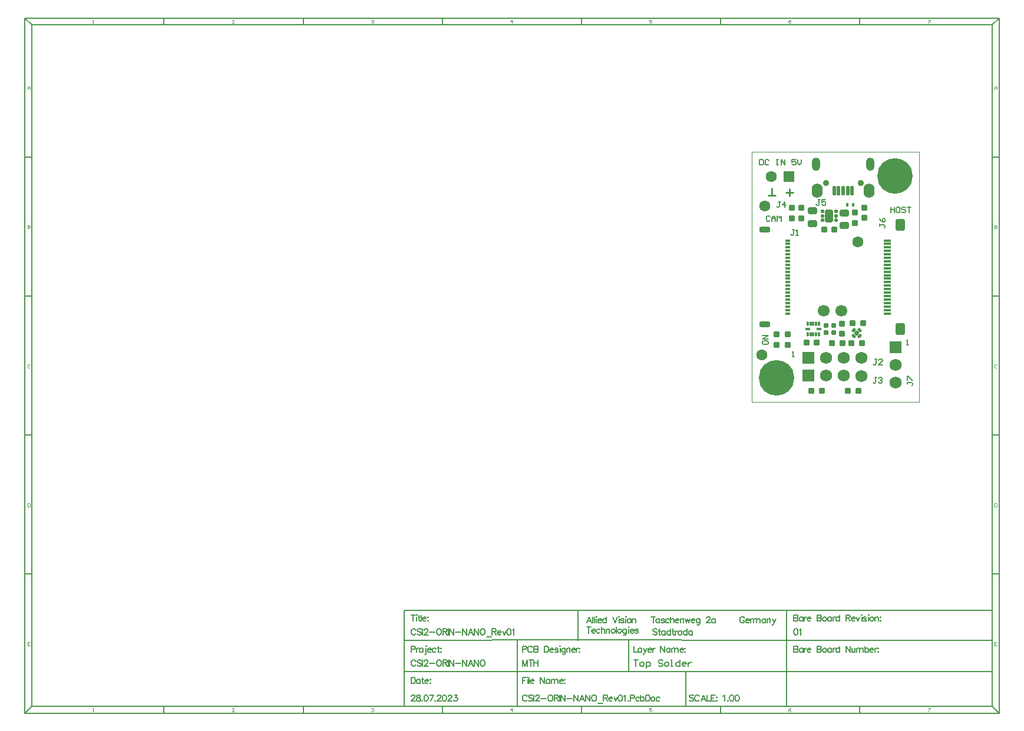
<source format=gts>
G04*
G04 #@! TF.GenerationSoftware,Altium Limited,Altium Designer,23.7.1 (13)*
G04*
G04 Layer_Color=9406719*
%FSLAX43Y43*%
%MOMM*%
G71*
G04*
G04 #@! TF.SameCoordinates,B4B51515-0AC6-4D20-8248-00ACB9807E1E*
G04*
G04*
G04 #@! TF.FilePolarity,Negative*
G04*
G01*
G75*
%ADD10C,0.200*%
%ADD11C,0.127*%
%ADD12C,0.025*%
%ADD13C,0.050*%
%ADD32C,0.250*%
G04:AMPARAMS|DCode=33|XSize=1.75mm|YSize=1.4mm|CornerRadius=0.375mm|HoleSize=0mm|Usage=FLASHONLY|Rotation=90.000|XOffset=0mm|YOffset=0mm|HoleType=Round|Shape=RoundedRectangle|*
%AMROUNDEDRECTD33*
21,1,1.750,0.650,0,0,90.0*
21,1,1.000,1.400,0,0,90.0*
1,1,0.750,0.325,0.500*
1,1,0.750,0.325,-0.500*
1,1,0.750,-0.325,-0.500*
1,1,0.750,-0.325,0.500*
%
%ADD33ROUNDEDRECTD33*%
%ADD34O,1.100X0.400*%
%ADD35O,0.750X0.400*%
G04:AMPARAMS|DCode=36|XSize=0.8mm|YSize=1.6mm|CornerRadius=0.225mm|HoleSize=0mm|Usage=FLASHONLY|Rotation=270.000|XOffset=0mm|YOffset=0mm|HoleType=Round|Shape=RoundedRectangle|*
%AMROUNDEDRECTD36*
21,1,0.800,1.150,0,0,270.0*
21,1,0.350,1.600,0,0,270.0*
1,1,0.450,-0.575,-0.175*
1,1,0.450,-0.575,0.175*
1,1,0.450,0.575,0.175*
1,1,0.450,0.575,-0.175*
%
%ADD36ROUNDEDRECTD36*%
G04:AMPARAMS|DCode=37|XSize=0.8mm|YSize=0.9mm|CornerRadius=0.12mm|HoleSize=0mm|Usage=FLASHONLY|Rotation=270.000|XOffset=0mm|YOffset=0mm|HoleType=Round|Shape=RoundedRectangle|*
%AMROUNDEDRECTD37*
21,1,0.800,0.660,0,0,270.0*
21,1,0.560,0.900,0,0,270.0*
1,1,0.240,-0.330,-0.280*
1,1,0.240,-0.330,0.280*
1,1,0.240,0.330,0.280*
1,1,0.240,0.330,-0.280*
%
%ADD37ROUNDEDRECTD37*%
G04:AMPARAMS|DCode=38|XSize=0.32mm|YSize=0.75mm|CornerRadius=0.105mm|HoleSize=0mm|Usage=FLASHONLY|Rotation=90.000|XOffset=0mm|YOffset=0mm|HoleType=Round|Shape=RoundedRectangle|*
%AMROUNDEDRECTD38*
21,1,0.320,0.540,0,0,90.0*
21,1,0.110,0.750,0,0,90.0*
1,1,0.210,0.270,0.055*
1,1,0.210,0.270,-0.055*
1,1,0.210,-0.270,-0.055*
1,1,0.210,-0.270,0.055*
%
%ADD38ROUNDEDRECTD38*%
G04:AMPARAMS|DCode=39|XSize=0.32mm|YSize=0.6mm|CornerRadius=0.105mm|HoleSize=0mm|Usage=FLASHONLY|Rotation=0.000|XOffset=0mm|YOffset=0mm|HoleType=Round|Shape=RoundedRectangle|*
%AMROUNDEDRECTD39*
21,1,0.320,0.390,0,0,0.0*
21,1,0.110,0.600,0,0,0.0*
1,1,0.210,0.055,-0.195*
1,1,0.210,-0.055,-0.195*
1,1,0.210,-0.055,0.195*
1,1,0.210,0.055,0.195*
%
%ADD39ROUNDEDRECTD39*%
G04:AMPARAMS|DCode=40|XSize=0.42mm|YSize=0.6mm|CornerRadius=0.13mm|HoleSize=0mm|Usage=FLASHONLY|Rotation=180.000|XOffset=0mm|YOffset=0mm|HoleType=Round|Shape=RoundedRectangle|*
%AMROUNDEDRECTD40*
21,1,0.420,0.340,0,0,180.0*
21,1,0.160,0.600,0,0,180.0*
1,1,0.260,-0.080,0.170*
1,1,0.260,0.080,0.170*
1,1,0.260,0.080,-0.170*
1,1,0.260,-0.080,-0.170*
%
%ADD40ROUNDEDRECTD40*%
%ADD41C,1.600*%
G04:AMPARAMS|DCode=42|XSize=0.55mm|YSize=1.4mm|CornerRadius=0.163mm|HoleSize=0mm|Usage=FLASHONLY|Rotation=180.000|XOffset=0mm|YOffset=0mm|HoleType=Round|Shape=RoundedRectangle|*
%AMROUNDEDRECTD42*
21,1,0.550,1.075,0,0,180.0*
21,1,0.225,1.400,0,0,180.0*
1,1,0.325,-0.113,0.538*
1,1,0.325,0.113,0.538*
1,1,0.325,0.113,-0.538*
1,1,0.325,-0.113,-0.538*
%
%ADD42ROUNDEDRECTD42*%
G04:AMPARAMS|DCode=43|XSize=0.45mm|YSize=0.6mm|CornerRadius=0.138mm|HoleSize=0mm|Usage=FLASHONLY|Rotation=45.000|XOffset=0mm|YOffset=0mm|HoleType=Round|Shape=RoundedRectangle|*
%AMROUNDEDRECTD43*
21,1,0.450,0.325,0,0,45.0*
21,1,0.175,0.600,0,0,45.0*
1,1,0.275,0.177,-0.053*
1,1,0.275,0.053,-0.177*
1,1,0.275,-0.177,0.053*
1,1,0.275,-0.053,0.177*
%
%ADD43ROUNDEDRECTD43*%
G04:AMPARAMS|DCode=44|XSize=0.6mm|YSize=0.6mm|CornerRadius=0.125mm|HoleSize=0mm|Usage=FLASHONLY|Rotation=45.000|XOffset=0mm|YOffset=0mm|HoleType=Round|Shape=RoundedRectangle|*
%AMROUNDEDRECTD44*
21,1,0.600,0.350,0,0,45.0*
21,1,0.350,0.600,0,0,45.0*
1,1,0.250,0.247,0.000*
1,1,0.250,0.000,-0.247*
1,1,0.250,-0.247,0.000*
1,1,0.250,0.000,0.247*
%
%ADD44ROUNDEDRECTD44*%
G04:AMPARAMS|DCode=45|XSize=0.45mm|YSize=0.6mm|CornerRadius=0.138mm|HoleSize=0mm|Usage=FLASHONLY|Rotation=135.000|XOffset=0mm|YOffset=0mm|HoleType=Round|Shape=RoundedRectangle|*
%AMROUNDEDRECTD45*
21,1,0.450,0.325,0,0,135.0*
21,1,0.175,0.600,0,0,135.0*
1,1,0.275,0.053,0.177*
1,1,0.275,0.177,0.053*
1,1,0.275,-0.053,-0.177*
1,1,0.275,-0.177,-0.053*
%
%ADD45ROUNDEDRECTD45*%
G04:AMPARAMS|DCode=46|XSize=0.5mm|YSize=0.55mm|CornerRadius=0.15mm|HoleSize=0mm|Usage=FLASHONLY|Rotation=270.000|XOffset=0mm|YOffset=0mm|HoleType=Round|Shape=RoundedRectangle|*
%AMROUNDEDRECTD46*
21,1,0.500,0.250,0,0,270.0*
21,1,0.200,0.550,0,0,270.0*
1,1,0.300,-0.125,-0.100*
1,1,0.300,-0.125,0.100*
1,1,0.300,0.125,0.100*
1,1,0.300,0.125,-0.100*
%
%ADD46ROUNDEDRECTD46*%
G04:AMPARAMS|DCode=47|XSize=1.8mm|YSize=1.2mm|CornerRadius=0.16mm|HoleSize=0mm|Usage=FLASHONLY|Rotation=270.000|XOffset=0mm|YOffset=0mm|HoleType=Round|Shape=RoundedRectangle|*
%AMROUNDEDRECTD47*
21,1,1.800,0.880,0,0,270.0*
21,1,1.480,1.200,0,0,270.0*
1,1,0.320,-0.440,-0.740*
1,1,0.320,-0.440,0.740*
1,1,0.320,0.440,0.740*
1,1,0.320,0.440,-0.740*
%
%ADD47ROUNDEDRECTD47*%
G04:AMPARAMS|DCode=48|XSize=0.4mm|YSize=0.5mm|CornerRadius=0.08mm|HoleSize=0mm|Usage=FLASHONLY|Rotation=0.000|XOffset=0mm|YOffset=0mm|HoleType=Round|Shape=RoundedRectangle|*
%AMROUNDEDRECTD48*
21,1,0.400,0.340,0,0,0.0*
21,1,0.240,0.500,0,0,0.0*
1,1,0.160,0.120,-0.170*
1,1,0.160,-0.120,-0.170*
1,1,0.160,-0.120,0.170*
1,1,0.160,0.120,0.170*
%
%ADD48ROUNDEDRECTD48*%
G04:AMPARAMS|DCode=49|XSize=1mm|YSize=1.3mm|CornerRadius=0.14mm|HoleSize=0mm|Usage=FLASHONLY|Rotation=270.000|XOffset=0mm|YOffset=0mm|HoleType=Round|Shape=RoundedRectangle|*
%AMROUNDEDRECTD49*
21,1,1.000,1.020,0,0,270.0*
21,1,0.720,1.300,0,0,270.0*
1,1,0.280,-0.510,-0.360*
1,1,0.280,-0.510,0.360*
1,1,0.280,0.510,0.360*
1,1,0.280,0.510,-0.360*
%
%ADD49ROUNDEDRECTD49*%
G04:AMPARAMS|DCode=50|XSize=0.8mm|YSize=0.9mm|CornerRadius=0.12mm|HoleSize=0mm|Usage=FLASHONLY|Rotation=0.000|XOffset=0mm|YOffset=0mm|HoleType=Round|Shape=RoundedRectangle|*
%AMROUNDEDRECTD50*
21,1,0.800,0.660,0,0,0.0*
21,1,0.560,0.900,0,0,0.0*
1,1,0.240,0.280,-0.330*
1,1,0.240,-0.280,-0.330*
1,1,0.240,-0.280,0.330*
1,1,0.240,0.280,0.330*
%
%ADD50ROUNDEDRECTD50*%
G04:AMPARAMS|DCode=51|XSize=0.7mm|YSize=0.6mm|CornerRadius=0.1mm|HoleSize=0mm|Usage=FLASHONLY|Rotation=180.000|XOffset=0mm|YOffset=0mm|HoleType=Round|Shape=RoundedRectangle|*
%AMROUNDEDRECTD51*
21,1,0.700,0.400,0,0,180.0*
21,1,0.500,0.600,0,0,180.0*
1,1,0.200,-0.250,0.200*
1,1,0.200,0.250,0.200*
1,1,0.200,0.250,-0.200*
1,1,0.200,-0.250,-0.200*
%
%ADD51ROUNDEDRECTD51*%
%ADD52R,1.750X1.750*%
%ADD53C,1.750*%
%ADD54C,1.700*%
%ADD55O,1.250X1.900*%
%ADD56O,1.550X2.100*%
%ADD57C,0.900*%
%ADD58C,5.100*%
%ADD59R,1.750X1.750*%
%ADD60R,1.600X1.600*%
D10*
X22222Y8228D02*
X22489D01*
X22356D01*
Y9028D01*
X22222Y8895D01*
X22291Y2920D02*
Y2653D01*
Y2786D01*
X22958D01*
X23091Y2653D01*
Y2520D01*
X22958Y2387D01*
X22291Y3186D02*
Y3719D01*
X22424D01*
X22958Y3186D01*
X23091D01*
X18324Y25624D02*
Y25357D01*
Y25490D01*
X18991D01*
X19124Y25357D01*
Y25224D01*
X18991Y25091D01*
X18324Y26423D02*
X18457Y26157D01*
X18724Y25890D01*
X18991D01*
X19124Y26024D01*
Y26290D01*
X18991Y26423D01*
X18857D01*
X18724Y26290D01*
Y25890D01*
X19915Y28057D02*
Y27257D01*
Y27657D01*
X20448D01*
Y28057D01*
Y27257D01*
X21114Y28057D02*
X20848D01*
X20715Y27924D01*
Y27390D01*
X20848Y27257D01*
X21114D01*
X21248Y27390D01*
Y27924D01*
X21114Y28057D01*
X22048Y27924D02*
X21914Y28057D01*
X21648D01*
X21514Y27924D01*
Y27790D01*
X21648Y27657D01*
X21914D01*
X22048Y27524D01*
Y27390D01*
X21914Y27257D01*
X21648D01*
X21514Y27390D01*
X22314Y28057D02*
X22847D01*
X22581D01*
Y27257D01*
X1498Y8672D02*
Y8406D01*
X1631Y8272D01*
X2164D01*
X2297Y8406D01*
Y8672D01*
X2164Y8805D01*
X1631D01*
X1498Y8672D01*
X2297Y9072D02*
X1498D01*
X2297Y9605D01*
X1498D01*
X17920Y3559D02*
X17653D01*
X17786D01*
Y2892D01*
X17653Y2759D01*
X17520D01*
X17387Y2892D01*
X18186Y3426D02*
X18320Y3559D01*
X18586D01*
X18719Y3426D01*
Y3292D01*
X18586Y3159D01*
X18453D01*
X18586D01*
X18719Y3026D01*
Y2892D01*
X18586Y2759D01*
X18320D01*
X18186Y2892D01*
X17929Y6181D02*
X17662D01*
X17795D01*
Y5515D01*
X17662Y5382D01*
X17529D01*
X17395Y5515D01*
X18728Y5382D02*
X18195D01*
X18728Y5915D01*
Y6048D01*
X18595Y6181D01*
X18329D01*
X18195Y6048D01*
X5772Y6528D02*
X6039D01*
X5906D01*
Y7328D01*
X5772Y7195D01*
X1100Y34900D02*
Y34100D01*
X1500D01*
X1633Y34233D01*
Y34766D01*
X1500Y34900D01*
X1100D01*
X2433Y34766D02*
X2300Y34900D01*
X2033D01*
X1900Y34766D01*
Y34233D01*
X2033Y34100D01*
X2300D01*
X2433Y34233D01*
X3499Y34900D02*
X3766D01*
X3633D01*
Y34100D01*
X3499D01*
X3766D01*
X4166D02*
Y34900D01*
X4699Y34100D01*
Y34900D01*
X6298D02*
X5765D01*
Y34500D01*
X6032Y34633D01*
X6165D01*
X6298Y34500D01*
Y34233D01*
X6165Y34100D01*
X5898D01*
X5765Y34233D01*
X6565Y34900D02*
Y34367D01*
X6831Y34100D01*
X7098Y34367D01*
Y34900D01*
X6083Y24800D02*
X5817D01*
X5950D01*
Y24133D01*
X5817Y24000D01*
X5683D01*
X5550Y24133D01*
X6350Y24000D02*
X6616D01*
X6483D01*
Y24800D01*
X6350Y24666D01*
X4083Y28800D02*
X3817D01*
X3950D01*
Y28133D01*
X3817Y28000D01*
X3683D01*
X3550Y28133D01*
X4750Y28000D02*
Y28800D01*
X4350Y28400D01*
X4883D01*
X9771Y29124D02*
X9504D01*
X9637D01*
Y28458D01*
X9504Y28325D01*
X9371D01*
X9238Y28458D01*
X10570Y29124D02*
X10037D01*
Y28724D01*
X10304Y28858D01*
X10437D01*
X10570Y28724D01*
Y28458D01*
X10437Y28325D01*
X10171D01*
X10037Y28458D01*
X2583Y26666D02*
X2450Y26800D01*
X2183D01*
X2050Y26666D01*
Y26133D01*
X2183Y26000D01*
X2450D01*
X2583Y26133D01*
X2850Y26000D02*
Y26533D01*
X3116Y26800D01*
X3383Y26533D01*
Y26000D01*
Y26400D01*
X2850D01*
X3649Y26000D02*
Y26800D01*
X3916Y26533D01*
X4183Y26800D01*
Y26000D01*
D11*
X-17000Y-37111D02*
X-16408D01*
X-16704D01*
Y-38000D01*
X-15963D02*
X-15667D01*
X-15519Y-37852D01*
Y-37556D01*
X-15667Y-37408D01*
X-15963D01*
X-16111Y-37556D01*
Y-37852D01*
X-15963Y-38000D01*
X-15223Y-38296D02*
Y-37408D01*
X-14778D01*
X-14630Y-37556D01*
Y-37852D01*
X-14778Y-38000D01*
X-15223D01*
X-12853Y-37259D02*
X-13001Y-37111D01*
X-13297D01*
X-13445Y-37259D01*
Y-37408D01*
X-13297Y-37556D01*
X-13001D01*
X-12853Y-37704D01*
Y-37852D01*
X-13001Y-38000D01*
X-13297D01*
X-13445Y-37852D01*
X-12408Y-38000D02*
X-12112D01*
X-11964Y-37852D01*
Y-37556D01*
X-12112Y-37408D01*
X-12408D01*
X-12556Y-37556D01*
Y-37852D01*
X-12408Y-38000D01*
X-11668D02*
X-11371D01*
X-11520D01*
Y-37111D01*
X-11668D01*
X-10335D02*
Y-38000D01*
X-10779D01*
X-10927Y-37852D01*
Y-37556D01*
X-10779Y-37408D01*
X-10335D01*
X-9594Y-38000D02*
X-9890D01*
X-10038Y-37852D01*
Y-37556D01*
X-9890Y-37408D01*
X-9594D01*
X-9446Y-37556D01*
Y-37704D01*
X-10038D01*
X-9150Y-37408D02*
Y-38000D01*
Y-37704D01*
X-9002Y-37556D01*
X-8853Y-37408D01*
X-8705D01*
X35500Y-44750D02*
Y55250D01*
X-104500Y-44750D02*
X35500D01*
X-104500D02*
Y55250D01*
X35500D01*
X34500Y-43750D02*
X35500Y-44750D01*
X-9500Y-43750D02*
Y-38750D01*
X12250Y-43750D02*
X34500D01*
X5000D02*
Y-30000D01*
X-33500D02*
X20000D01*
X-49975Y-38725D02*
X-17750Y-38750D01*
X-50000Y-34250D02*
X-24975Y-34225D01*
X5000Y-30000D02*
X34500D01*
X-50000Y-43750D02*
X-33500D01*
X-50000D02*
Y-30000D01*
X-33500D01*
Y-43750D02*
X12250D01*
X-17750Y-38750D02*
X5000D01*
X-24975Y-34225D02*
X5000Y-34250D01*
X-17750Y-38750D02*
Y-34250D01*
X34500Y-43750D02*
X34500Y-30000D01*
X-33750Y-43750D02*
Y-34250D01*
X-25000Y-34250D02*
Y-30000D01*
X5000Y-38750D02*
X34500D01*
X5000Y-34250D02*
X34500D01*
X-103500Y-43750D02*
X-50000D01*
X-103500D02*
Y54250D01*
X34500D01*
Y-30000D02*
Y54250D01*
X-84500Y-44750D02*
Y-43750D01*
X-64500Y-44750D02*
Y-43750D01*
X-44500Y-44750D02*
Y-43750D01*
X-24500Y-44750D02*
Y-43750D01*
X-4500Y-44750D02*
Y-43750D01*
X15500Y-44750D02*
Y-43750D01*
X-104500Y-44750D02*
X-103500Y-43750D01*
X15500Y54250D02*
Y55250D01*
X-4500Y54250D02*
Y55250D01*
X-24500Y54250D02*
Y55250D01*
X-44500Y54250D02*
Y55250D01*
X-64500Y54250D02*
Y55250D01*
X-84500Y54250D02*
Y55250D01*
X-104500Y35250D02*
X-103500D01*
X-104500Y15250D02*
X-103500D01*
X-104500Y-4750D02*
X-103500D01*
X-104500Y-24750D02*
X-103500D01*
X34500Y54250D02*
X35500Y55250D01*
X-104500D02*
X-103500Y54250D01*
X34500Y-24750D02*
X35500D01*
X34500Y-4750D02*
X35500D01*
X34500Y15250D02*
X35500D01*
X34500Y35250D02*
X35500D01*
X-48365Y-37323D02*
X-48407Y-37238D01*
X-48492Y-37154D01*
X-48577Y-37111D01*
X-48746D01*
X-48831Y-37154D01*
X-48915Y-37238D01*
X-48958Y-37323D01*
X-49000Y-37450D01*
Y-37661D01*
X-48958Y-37788D01*
X-48915Y-37873D01*
X-48831Y-37958D01*
X-48746Y-38000D01*
X-48577D01*
X-48492Y-37958D01*
X-48407Y-37873D01*
X-48365Y-37788D01*
X-47523Y-37238D02*
X-47608Y-37154D01*
X-47735Y-37111D01*
X-47904D01*
X-48031Y-37154D01*
X-48115Y-37238D01*
Y-37323D01*
X-48073Y-37407D01*
X-48031Y-37450D01*
X-47946Y-37492D01*
X-47692Y-37577D01*
X-47608Y-37619D01*
X-47565Y-37661D01*
X-47523Y-37746D01*
Y-37873D01*
X-47608Y-37958D01*
X-47735Y-38000D01*
X-47904D01*
X-48031Y-37958D01*
X-48115Y-37873D01*
X-47324Y-37111D02*
Y-38000D01*
X-47095Y-37323D02*
Y-37280D01*
X-47053Y-37196D01*
X-47011Y-37154D01*
X-46926Y-37111D01*
X-46757D01*
X-46672Y-37154D01*
X-46630Y-37196D01*
X-46588Y-37280D01*
Y-37365D01*
X-46630Y-37450D01*
X-46714Y-37577D01*
X-47138Y-38000D01*
X-46545D01*
X-46346Y-37619D02*
X-45584D01*
X-45068Y-37111D02*
X-45153Y-37154D01*
X-45237Y-37238D01*
X-45280Y-37323D01*
X-45322Y-37450D01*
Y-37661D01*
X-45280Y-37788D01*
X-45237Y-37873D01*
X-45153Y-37958D01*
X-45068Y-38000D01*
X-44899D01*
X-44814Y-37958D01*
X-44729Y-37873D01*
X-44687Y-37788D01*
X-44645Y-37661D01*
Y-37450D01*
X-44687Y-37323D01*
X-44729Y-37238D01*
X-44814Y-37154D01*
X-44899Y-37111D01*
X-45068D01*
X-44437D02*
Y-38000D01*
Y-37111D02*
X-44057D01*
X-43930Y-37154D01*
X-43887Y-37196D01*
X-43845Y-37280D01*
Y-37365D01*
X-43887Y-37450D01*
X-43930Y-37492D01*
X-44057Y-37534D01*
X-44437D01*
X-44141D02*
X-43845Y-38000D01*
X-43646Y-37111D02*
Y-38000D01*
X-43460Y-37111D02*
Y-38000D01*
Y-37111D02*
X-42867Y-38000D01*
Y-37111D02*
Y-38000D01*
X-42622Y-37619D02*
X-41860D01*
X-41597Y-37111D02*
Y-38000D01*
Y-37111D02*
X-41005Y-38000D01*
Y-37111D02*
Y-38000D01*
X-40082D02*
X-40421Y-37111D01*
X-40759Y-38000D01*
X-40632Y-37704D02*
X-40209D01*
X-39875Y-37111D02*
Y-38000D01*
Y-37111D02*
X-39282Y-38000D01*
Y-37111D02*
Y-38000D01*
X-38783Y-37111D02*
X-38868Y-37154D01*
X-38952Y-37238D01*
X-38995Y-37323D01*
X-39037Y-37450D01*
Y-37661D01*
X-38995Y-37788D01*
X-38952Y-37873D01*
X-38868Y-37958D01*
X-38783Y-38000D01*
X-38614D01*
X-38529Y-37958D01*
X-38444Y-37873D01*
X-38402Y-37788D01*
X-38360Y-37661D01*
Y-37450D01*
X-38402Y-37323D01*
X-38444Y-37238D01*
X-38529Y-37154D01*
X-38614Y-37111D01*
X-38783D01*
X-49000Y-35577D02*
X-48619D01*
X-48492Y-35534D01*
X-48450Y-35492D01*
X-48407Y-35407D01*
Y-35280D01*
X-48450Y-35196D01*
X-48492Y-35154D01*
X-48619Y-35111D01*
X-49000D01*
Y-36000D01*
X-48209Y-35407D02*
Y-36000D01*
Y-35661D02*
X-48166Y-35534D01*
X-48082Y-35450D01*
X-47997Y-35407D01*
X-47870D01*
X-47578D02*
X-47663Y-35450D01*
X-47747Y-35534D01*
X-47790Y-35661D01*
Y-35746D01*
X-47747Y-35873D01*
X-47663Y-35958D01*
X-47578Y-36000D01*
X-47451D01*
X-47366Y-35958D01*
X-47282Y-35873D01*
X-47239Y-35746D01*
Y-35661D01*
X-47282Y-35534D01*
X-47366Y-35450D01*
X-47451Y-35407D01*
X-47578D01*
X-46875Y-35111D02*
X-46833Y-35154D01*
X-46791Y-35111D01*
X-46833Y-35069D01*
X-46875Y-35111D01*
X-46833Y-35407D02*
Y-36127D01*
X-46875Y-36254D01*
X-46960Y-36296D01*
X-47045D01*
X-46626Y-35661D02*
X-46118D01*
Y-35577D01*
X-46160Y-35492D01*
X-46202Y-35450D01*
X-46287Y-35407D01*
X-46414D01*
X-46499Y-35450D01*
X-46583Y-35534D01*
X-46626Y-35661D01*
Y-35746D01*
X-46583Y-35873D01*
X-46499Y-35958D01*
X-46414Y-36000D01*
X-46287D01*
X-46202Y-35958D01*
X-46118Y-35873D01*
X-45419Y-35534D02*
X-45504Y-35450D01*
X-45589Y-35407D01*
X-45716D01*
X-45800Y-35450D01*
X-45885Y-35534D01*
X-45927Y-35661D01*
Y-35746D01*
X-45885Y-35873D01*
X-45800Y-35958D01*
X-45716Y-36000D01*
X-45589D01*
X-45504Y-35958D01*
X-45419Y-35873D01*
X-45102Y-35111D02*
Y-35831D01*
X-45060Y-35958D01*
X-44975Y-36000D01*
X-44890D01*
X-45229Y-35407D02*
X-44933D01*
X-44721D02*
X-44763Y-35450D01*
X-44721Y-35492D01*
X-44679Y-35450D01*
X-44721Y-35407D01*
Y-35915D02*
X-44763Y-35958D01*
X-44721Y-36000D01*
X-44679Y-35958D01*
X-44721Y-35915D01*
X-17000Y-35111D02*
Y-36000D01*
X-16492D01*
X-15887Y-35407D02*
Y-36000D01*
Y-35534D02*
X-15972Y-35450D01*
X-16056Y-35407D01*
X-16183D01*
X-16268Y-35450D01*
X-16352Y-35534D01*
X-16395Y-35661D01*
Y-35746D01*
X-16352Y-35873D01*
X-16268Y-35958D01*
X-16183Y-36000D01*
X-16056D01*
X-15972Y-35958D01*
X-15887Y-35873D01*
X-15608Y-35407D02*
X-15354Y-36000D01*
X-15100Y-35407D02*
X-15354Y-36000D01*
X-15438Y-36169D01*
X-15523Y-36254D01*
X-15608Y-36296D01*
X-15650D01*
X-14952Y-35661D02*
X-14444D01*
Y-35577D01*
X-14486Y-35492D01*
X-14528Y-35450D01*
X-14613Y-35407D01*
X-14740D01*
X-14825Y-35450D01*
X-14909Y-35534D01*
X-14952Y-35661D01*
Y-35746D01*
X-14909Y-35873D01*
X-14825Y-35958D01*
X-14740Y-36000D01*
X-14613D01*
X-14528Y-35958D01*
X-14444Y-35873D01*
X-14253Y-35407D02*
Y-36000D01*
Y-35661D02*
X-14211Y-35534D01*
X-14126Y-35450D01*
X-14042Y-35407D01*
X-13915D01*
X-13136Y-35111D02*
Y-36000D01*
Y-35111D02*
X-12543Y-36000D01*
Y-35111D02*
Y-36000D01*
X-11790Y-35407D02*
Y-36000D01*
Y-35534D02*
X-11875Y-35450D01*
X-11959Y-35407D01*
X-12086D01*
X-12171Y-35450D01*
X-12255Y-35534D01*
X-12298Y-35661D01*
Y-35746D01*
X-12255Y-35873D01*
X-12171Y-35958D01*
X-12086Y-36000D01*
X-11959D01*
X-11875Y-35958D01*
X-11790Y-35873D01*
X-11553Y-35407D02*
Y-36000D01*
Y-35577D02*
X-11426Y-35450D01*
X-11341Y-35407D01*
X-11214D01*
X-11130Y-35450D01*
X-11087Y-35577D01*
Y-36000D01*
Y-35577D02*
X-10960Y-35450D01*
X-10876Y-35407D01*
X-10749D01*
X-10664Y-35450D01*
X-10622Y-35577D01*
Y-36000D01*
X-10342Y-35661D02*
X-9835D01*
Y-35577D01*
X-9877Y-35492D01*
X-9919Y-35450D01*
X-10004Y-35407D01*
X-10131D01*
X-10215Y-35450D01*
X-10300Y-35534D01*
X-10342Y-35661D01*
Y-35746D01*
X-10300Y-35873D01*
X-10215Y-35958D01*
X-10131Y-36000D01*
X-10004D01*
X-9919Y-35958D01*
X-9835Y-35873D01*
X-9602Y-35407D02*
X-9644Y-35450D01*
X-9602Y-35492D01*
X-9559Y-35450D01*
X-9602Y-35407D01*
Y-35915D02*
X-9644Y-35958D01*
X-9602Y-36000D01*
X-9559Y-35958D01*
X-9602Y-35915D01*
X-8407Y-42238D02*
X-8492Y-42154D01*
X-8619Y-42111D01*
X-8788D01*
X-8915Y-42154D01*
X-9000Y-42238D01*
Y-42323D01*
X-8958Y-42407D01*
X-8915Y-42450D01*
X-8831Y-42492D01*
X-8577Y-42577D01*
X-8492Y-42619D01*
X-8450Y-42661D01*
X-8407Y-42746D01*
Y-42873D01*
X-8492Y-42958D01*
X-8619Y-43000D01*
X-8788D01*
X-8915Y-42958D01*
X-9000Y-42873D01*
X-7574Y-42323D02*
X-7616Y-42238D01*
X-7701Y-42154D01*
X-7785Y-42111D01*
X-7955D01*
X-8039Y-42154D01*
X-8124Y-42238D01*
X-8166Y-42323D01*
X-8209Y-42450D01*
Y-42661D01*
X-8166Y-42788D01*
X-8124Y-42873D01*
X-8039Y-42958D01*
X-7955Y-43000D01*
X-7785D01*
X-7701Y-42958D01*
X-7616Y-42873D01*
X-7574Y-42788D01*
X-6647Y-43000D02*
X-6985Y-42111D01*
X-7324Y-43000D01*
X-7197Y-42704D02*
X-6774D01*
X-6439Y-42111D02*
Y-43000D01*
X-5931D01*
X-5284Y-42111D02*
X-5834D01*
Y-43000D01*
X-5284D01*
X-5834Y-42534D02*
X-5496D01*
X-5093Y-42407D02*
X-5136Y-42450D01*
X-5093Y-42492D01*
X-5051Y-42450D01*
X-5093Y-42407D01*
Y-42915D02*
X-5136Y-42958D01*
X-5093Y-43000D01*
X-5051Y-42958D01*
X-5093Y-42915D01*
X-4158Y-42280D02*
X-4073Y-42238D01*
X-3946Y-42111D01*
Y-43000D01*
X-3464Y-42915D02*
X-3506Y-42958D01*
X-3464Y-43000D01*
X-3422Y-42958D01*
X-3464Y-42915D01*
X-2973Y-42111D02*
X-3100Y-42154D01*
X-3185Y-42280D01*
X-3227Y-42492D01*
Y-42619D01*
X-3185Y-42831D01*
X-3100Y-42958D01*
X-2973Y-43000D01*
X-2888D01*
X-2761Y-42958D01*
X-2677Y-42831D01*
X-2634Y-42619D01*
Y-42492D01*
X-2677Y-42280D01*
X-2761Y-42154D01*
X-2888Y-42111D01*
X-2973D01*
X-2182D02*
X-2309Y-42154D01*
X-2393Y-42280D01*
X-2436Y-42492D01*
Y-42619D01*
X-2393Y-42831D01*
X-2309Y-42958D01*
X-2182Y-43000D01*
X-2097D01*
X-1970Y-42958D01*
X-1885Y-42831D01*
X-1843Y-42619D01*
Y-42492D01*
X-1885Y-42280D01*
X-1970Y-42154D01*
X-2097Y-42111D01*
X-2182D01*
X-1115Y-31073D02*
X-1157Y-30988D01*
X-1242Y-30904D01*
X-1327Y-30861D01*
X-1496D01*
X-1581Y-30904D01*
X-1665Y-30988D01*
X-1708Y-31073D01*
X-1750Y-31200D01*
Y-31411D01*
X-1708Y-31538D01*
X-1665Y-31623D01*
X-1581Y-31708D01*
X-1496Y-31750D01*
X-1327D01*
X-1242Y-31708D01*
X-1157Y-31623D01*
X-1115Y-31538D01*
Y-31411D01*
X-1327D02*
X-1115D01*
X-912D02*
X-404D01*
Y-31327D01*
X-446Y-31242D01*
X-489Y-31200D01*
X-573Y-31157D01*
X-700D01*
X-785Y-31200D01*
X-870Y-31284D01*
X-912Y-31411D01*
Y-31496D01*
X-870Y-31623D01*
X-785Y-31708D01*
X-700Y-31750D01*
X-573D01*
X-489Y-31708D01*
X-404Y-31623D01*
X-214Y-31157D02*
Y-31750D01*
Y-31411D02*
X-171Y-31284D01*
X-87Y-31200D01*
X-2Y-31157D01*
X125D01*
X205D02*
Y-31750D01*
Y-31327D02*
X332Y-31200D01*
X417Y-31157D01*
X544D01*
X629Y-31200D01*
X671Y-31327D01*
Y-31750D01*
Y-31327D02*
X798Y-31200D01*
X883Y-31157D01*
X1010D01*
X1094Y-31200D01*
X1137Y-31327D01*
Y-31750D01*
X1924Y-31157D02*
Y-31750D01*
Y-31284D02*
X1839Y-31200D01*
X1754Y-31157D01*
X1627D01*
X1543Y-31200D01*
X1458Y-31284D01*
X1416Y-31411D01*
Y-31496D01*
X1458Y-31623D01*
X1543Y-31708D01*
X1627Y-31750D01*
X1754D01*
X1839Y-31708D01*
X1924Y-31623D01*
X2161Y-31157D02*
Y-31750D01*
Y-31327D02*
X2288Y-31200D01*
X2372Y-31157D01*
X2499D01*
X2584Y-31200D01*
X2626Y-31327D01*
Y-31750D01*
X2901Y-31157D02*
X3155Y-31750D01*
X3409Y-31157D02*
X3155Y-31750D01*
X3071Y-31919D01*
X2986Y-32004D01*
X2901Y-32046D01*
X2859D01*
X-13657Y-32738D02*
X-13742Y-32654D01*
X-13869Y-32611D01*
X-14038D01*
X-14165Y-32654D01*
X-14250Y-32738D01*
Y-32823D01*
X-14208Y-32907D01*
X-14165Y-32950D01*
X-14081Y-32992D01*
X-13827Y-33077D01*
X-13742Y-33119D01*
X-13700Y-33161D01*
X-13657Y-33246D01*
Y-33373D01*
X-13742Y-33458D01*
X-13869Y-33500D01*
X-14038D01*
X-14165Y-33458D01*
X-14250Y-33373D01*
X-13332Y-32611D02*
Y-33331D01*
X-13289Y-33458D01*
X-13205Y-33500D01*
X-13120D01*
X-13459Y-32907D02*
X-13162D01*
X-12485D02*
Y-33500D01*
Y-33034D02*
X-12570Y-32950D01*
X-12654Y-32907D01*
X-12781D01*
X-12866Y-32950D01*
X-12951Y-33034D01*
X-12993Y-33161D01*
Y-33246D01*
X-12951Y-33373D01*
X-12866Y-33458D01*
X-12781Y-33500D01*
X-12654D01*
X-12570Y-33458D01*
X-12485Y-33373D01*
X-11740Y-32611D02*
Y-33500D01*
Y-33034D02*
X-11825Y-32950D01*
X-11909Y-32907D01*
X-12036D01*
X-12121Y-32950D01*
X-12206Y-33034D01*
X-12248Y-33161D01*
Y-33246D01*
X-12206Y-33373D01*
X-12121Y-33458D01*
X-12036Y-33500D01*
X-11909D01*
X-11825Y-33458D01*
X-11740Y-33373D01*
X-11376Y-32611D02*
Y-33331D01*
X-11334Y-33458D01*
X-11249Y-33500D01*
X-11165D01*
X-11503Y-32907D02*
X-11207D01*
X-11038D02*
Y-33500D01*
Y-33161D02*
X-10995Y-33034D01*
X-10911Y-32950D01*
X-10826Y-32907D01*
X-10699D01*
X-10407D02*
X-10492Y-32950D01*
X-10576Y-33034D01*
X-10619Y-33161D01*
Y-33246D01*
X-10576Y-33373D01*
X-10492Y-33458D01*
X-10407Y-33500D01*
X-10280D01*
X-10195Y-33458D01*
X-10111Y-33373D01*
X-10068Y-33246D01*
Y-33161D01*
X-10111Y-33034D01*
X-10195Y-32950D01*
X-10280Y-32907D01*
X-10407D01*
X-9366Y-32611D02*
Y-33500D01*
Y-33034D02*
X-9450Y-32950D01*
X-9535Y-32907D01*
X-9662D01*
X-9747Y-32950D01*
X-9831Y-33034D01*
X-9874Y-33161D01*
Y-33246D01*
X-9831Y-33373D01*
X-9747Y-33458D01*
X-9662Y-33500D01*
X-9535D01*
X-9450Y-33458D01*
X-9366Y-33373D01*
X-8621Y-32907D02*
Y-33500D01*
Y-33034D02*
X-8706Y-32950D01*
X-8790Y-32907D01*
X-8917D01*
X-9002Y-32950D01*
X-9086Y-33034D01*
X-9129Y-33161D01*
Y-33246D01*
X-9086Y-33373D01*
X-9002Y-33458D01*
X-8917Y-33500D01*
X-8790D01*
X-8706Y-33458D01*
X-8621Y-33373D01*
X-14204Y-30861D02*
Y-31750D01*
X-14500Y-30861D02*
X-13907D01*
X-13294Y-31157D02*
Y-31750D01*
Y-31284D02*
X-13378Y-31200D01*
X-13463Y-31157D01*
X-13590D01*
X-13675Y-31200D01*
X-13759Y-31284D01*
X-13802Y-31411D01*
Y-31496D01*
X-13759Y-31623D01*
X-13675Y-31708D01*
X-13590Y-31750D01*
X-13463D01*
X-13378Y-31708D01*
X-13294Y-31623D01*
X-12591Y-31284D02*
X-12634Y-31200D01*
X-12760Y-31157D01*
X-12887D01*
X-13014Y-31200D01*
X-13057Y-31284D01*
X-13014Y-31369D01*
X-12930Y-31411D01*
X-12718Y-31454D01*
X-12634Y-31496D01*
X-12591Y-31581D01*
Y-31623D01*
X-12634Y-31708D01*
X-12760Y-31750D01*
X-12887D01*
X-13014Y-31708D01*
X-13057Y-31623D01*
X-11897Y-31284D02*
X-11982Y-31200D01*
X-12066Y-31157D01*
X-12193D01*
X-12278Y-31200D01*
X-12363Y-31284D01*
X-12405Y-31411D01*
Y-31496D01*
X-12363Y-31623D01*
X-12278Y-31708D01*
X-12193Y-31750D01*
X-12066D01*
X-11982Y-31708D01*
X-11897Y-31623D01*
X-11707Y-30861D02*
Y-31750D01*
Y-31327D02*
X-11580Y-31200D01*
X-11495Y-31157D01*
X-11368D01*
X-11283Y-31200D01*
X-11241Y-31327D01*
Y-31750D01*
X-11008Y-31411D02*
X-10500D01*
Y-31327D01*
X-10543Y-31242D01*
X-10585Y-31200D01*
X-10670Y-31157D01*
X-10797D01*
X-10881Y-31200D01*
X-10966Y-31284D01*
X-11008Y-31411D01*
Y-31496D01*
X-10966Y-31623D01*
X-10881Y-31708D01*
X-10797Y-31750D01*
X-10670D01*
X-10585Y-31708D01*
X-10500Y-31623D01*
X-10310Y-31157D02*
Y-31750D01*
Y-31327D02*
X-10183Y-31200D01*
X-10098Y-31157D01*
X-9971D01*
X-9887Y-31200D01*
X-9844Y-31327D01*
Y-31750D01*
X-9612Y-31157D02*
X-9442Y-31750D01*
X-9273Y-31157D02*
X-9442Y-31750D01*
X-9273Y-31157D02*
X-9104Y-31750D01*
X-8934Y-31157D02*
X-9104Y-31750D01*
X-8727Y-31411D02*
X-8219D01*
Y-31327D01*
X-8261Y-31242D01*
X-8304Y-31200D01*
X-8388Y-31157D01*
X-8515D01*
X-8600Y-31200D01*
X-8685Y-31284D01*
X-8727Y-31411D01*
Y-31496D01*
X-8685Y-31623D01*
X-8600Y-31708D01*
X-8515Y-31750D01*
X-8388D01*
X-8304Y-31708D01*
X-8219Y-31623D01*
X-7521Y-31157D02*
Y-31835D01*
X-7563Y-31962D01*
X-7605Y-32004D01*
X-7690Y-32046D01*
X-7817D01*
X-7902Y-32004D01*
X-7521Y-31284D02*
X-7605Y-31200D01*
X-7690Y-31157D01*
X-7817D01*
X-7902Y-31200D01*
X-7986Y-31284D01*
X-8029Y-31411D01*
Y-31496D01*
X-7986Y-31623D01*
X-7902Y-31708D01*
X-7817Y-31750D01*
X-7690D01*
X-7605Y-31708D01*
X-7521Y-31623D01*
X-6543Y-31073D02*
Y-31030D01*
X-6501Y-30946D01*
X-6458Y-30904D01*
X-6374Y-30861D01*
X-6204D01*
X-6120Y-30904D01*
X-6077Y-30946D01*
X-6035Y-31030D01*
Y-31115D01*
X-6077Y-31200D01*
X-6162Y-31327D01*
X-6585Y-31750D01*
X-5993D01*
X-5286Y-31157D02*
Y-31750D01*
Y-31284D02*
X-5371Y-31200D01*
X-5455Y-31157D01*
X-5582D01*
X-5667Y-31200D01*
X-5752Y-31284D01*
X-5794Y-31411D01*
Y-31496D01*
X-5752Y-31623D01*
X-5667Y-31708D01*
X-5582Y-31750D01*
X-5455D01*
X-5371Y-31708D01*
X-5286Y-31623D01*
X-23073Y-31750D02*
X-23411Y-30861D01*
X-23750Y-31750D01*
X-23623Y-31454D02*
X-23200D01*
X-22865Y-30861D02*
Y-31750D01*
X-22679Y-30861D02*
Y-31750D01*
X-22408Y-30861D02*
X-22366Y-30904D01*
X-22324Y-30861D01*
X-22366Y-30819D01*
X-22408Y-30861D01*
X-22366Y-31157D02*
Y-31750D01*
X-22167Y-31411D02*
X-21659D01*
Y-31327D01*
X-21701Y-31242D01*
X-21744Y-31200D01*
X-21828Y-31157D01*
X-21955D01*
X-22040Y-31200D01*
X-22125Y-31284D01*
X-22167Y-31411D01*
Y-31496D01*
X-22125Y-31623D01*
X-22040Y-31708D01*
X-21955Y-31750D01*
X-21828D01*
X-21744Y-31708D01*
X-21659Y-31623D01*
X-20961Y-30861D02*
Y-31750D01*
Y-31284D02*
X-21045Y-31200D01*
X-21130Y-31157D01*
X-21257D01*
X-21342Y-31200D01*
X-21426Y-31284D01*
X-21469Y-31411D01*
Y-31496D01*
X-21426Y-31623D01*
X-21342Y-31708D01*
X-21257Y-31750D01*
X-21130D01*
X-21045Y-31708D01*
X-20961Y-31623D01*
X-20025Y-30861D02*
X-19687Y-31750D01*
X-19348Y-30861D02*
X-19687Y-31750D01*
X-19149Y-30861D02*
X-19107Y-30904D01*
X-19065Y-30861D01*
X-19107Y-30819D01*
X-19149Y-30861D01*
X-19107Y-31157D02*
Y-31750D01*
X-18443Y-31284D02*
X-18485Y-31200D01*
X-18612Y-31157D01*
X-18739D01*
X-18866Y-31200D01*
X-18908Y-31284D01*
X-18866Y-31369D01*
X-18781Y-31411D01*
X-18570Y-31454D01*
X-18485Y-31496D01*
X-18443Y-31581D01*
Y-31623D01*
X-18485Y-31708D01*
X-18612Y-31750D01*
X-18739D01*
X-18866Y-31708D01*
X-18908Y-31623D01*
X-18172Y-30861D02*
X-18129Y-30904D01*
X-18087Y-30861D01*
X-18129Y-30819D01*
X-18172Y-30861D01*
X-18129Y-31157D02*
Y-31750D01*
X-17719Y-31157D02*
X-17803Y-31200D01*
X-17888Y-31284D01*
X-17930Y-31411D01*
Y-31496D01*
X-17888Y-31623D01*
X-17803Y-31708D01*
X-17719Y-31750D01*
X-17592D01*
X-17507Y-31708D01*
X-17423Y-31623D01*
X-17380Y-31496D01*
Y-31411D01*
X-17423Y-31284D01*
X-17507Y-31200D01*
X-17592Y-31157D01*
X-17719D01*
X-17185D02*
Y-31750D01*
Y-31327D02*
X-17059Y-31200D01*
X-16974Y-31157D01*
X-16847D01*
X-16762Y-31200D01*
X-16720Y-31327D01*
Y-31750D01*
X-48958Y-42323D02*
Y-42280D01*
X-48915Y-42196D01*
X-48873Y-42154D01*
X-48788Y-42111D01*
X-48619D01*
X-48534Y-42154D01*
X-48492Y-42196D01*
X-48450Y-42280D01*
Y-42365D01*
X-48492Y-42450D01*
X-48577Y-42577D01*
X-49000Y-43000D01*
X-48407D01*
X-47997Y-42111D02*
X-48124Y-42154D01*
X-48166Y-42238D01*
Y-42323D01*
X-48124Y-42407D01*
X-48039Y-42450D01*
X-47870Y-42492D01*
X-47743Y-42534D01*
X-47658Y-42619D01*
X-47616Y-42704D01*
Y-42831D01*
X-47658Y-42915D01*
X-47701Y-42958D01*
X-47828Y-43000D01*
X-47997D01*
X-48124Y-42958D01*
X-48166Y-42915D01*
X-48209Y-42831D01*
Y-42704D01*
X-48166Y-42619D01*
X-48082Y-42534D01*
X-47955Y-42492D01*
X-47785Y-42450D01*
X-47701Y-42407D01*
X-47658Y-42323D01*
Y-42238D01*
X-47701Y-42154D01*
X-47828Y-42111D01*
X-47997D01*
X-47375Y-42915D02*
X-47417Y-42958D01*
X-47375Y-43000D01*
X-47332Y-42958D01*
X-47375Y-42915D01*
X-46884Y-42111D02*
X-47011Y-42154D01*
X-47095Y-42280D01*
X-47138Y-42492D01*
Y-42619D01*
X-47095Y-42831D01*
X-47011Y-42958D01*
X-46884Y-43000D01*
X-46799D01*
X-46672Y-42958D01*
X-46588Y-42831D01*
X-46545Y-42619D01*
Y-42492D01*
X-46588Y-42280D01*
X-46672Y-42154D01*
X-46799Y-42111D01*
X-46884D01*
X-45754D02*
X-46177Y-43000D01*
X-46346Y-42111D02*
X-45754D01*
X-45512Y-42915D02*
X-45555Y-42958D01*
X-45512Y-43000D01*
X-45470Y-42958D01*
X-45512Y-42915D01*
X-45233Y-42323D02*
Y-42280D01*
X-45191Y-42196D01*
X-45148Y-42154D01*
X-45064Y-42111D01*
X-44895D01*
X-44810Y-42154D01*
X-44768Y-42196D01*
X-44725Y-42280D01*
Y-42365D01*
X-44768Y-42450D01*
X-44852Y-42577D01*
X-45275Y-43000D01*
X-44683D01*
X-44230Y-42111D02*
X-44357Y-42154D01*
X-44442Y-42280D01*
X-44484Y-42492D01*
Y-42619D01*
X-44442Y-42831D01*
X-44357Y-42958D01*
X-44230Y-43000D01*
X-44145D01*
X-44018Y-42958D01*
X-43934Y-42831D01*
X-43891Y-42619D01*
Y-42492D01*
X-43934Y-42280D01*
X-44018Y-42154D01*
X-44145Y-42111D01*
X-44230D01*
X-43650Y-42323D02*
Y-42280D01*
X-43608Y-42196D01*
X-43566Y-42154D01*
X-43481Y-42111D01*
X-43312D01*
X-43227Y-42154D01*
X-43185Y-42196D01*
X-43142Y-42280D01*
Y-42365D01*
X-43185Y-42450D01*
X-43269Y-42577D01*
X-43693Y-43000D01*
X-43100D01*
X-42816Y-42111D02*
X-42351D01*
X-42605Y-42450D01*
X-42478D01*
X-42393Y-42492D01*
X-42351Y-42534D01*
X-42309Y-42661D01*
Y-42746D01*
X-42351Y-42873D01*
X-42436Y-42958D01*
X-42562Y-43000D01*
X-42689D01*
X-42816Y-42958D01*
X-42859Y-42915D01*
X-42901Y-42831D01*
X-49000Y-39611D02*
Y-40500D01*
Y-39611D02*
X-48704D01*
X-48577Y-39654D01*
X-48492Y-39738D01*
X-48450Y-39823D01*
X-48407Y-39950D01*
Y-40161D01*
X-48450Y-40288D01*
X-48492Y-40373D01*
X-48577Y-40458D01*
X-48704Y-40500D01*
X-49000D01*
X-47701Y-39907D02*
Y-40500D01*
Y-40034D02*
X-47785Y-39950D01*
X-47870Y-39907D01*
X-47997D01*
X-48082Y-39950D01*
X-48166Y-40034D01*
X-48209Y-40161D01*
Y-40246D01*
X-48166Y-40373D01*
X-48082Y-40458D01*
X-47997Y-40500D01*
X-47870D01*
X-47785Y-40458D01*
X-47701Y-40373D01*
X-47337Y-39611D02*
Y-40331D01*
X-47294Y-40458D01*
X-47210Y-40500D01*
X-47125D01*
X-47464Y-39907D02*
X-47167D01*
X-46998Y-40161D02*
X-46490D01*
Y-40077D01*
X-46533Y-39992D01*
X-46575Y-39950D01*
X-46659Y-39907D01*
X-46786D01*
X-46871Y-39950D01*
X-46956Y-40034D01*
X-46998Y-40161D01*
Y-40246D01*
X-46956Y-40373D01*
X-46871Y-40458D01*
X-46786Y-40500D01*
X-46659D01*
X-46575Y-40458D01*
X-46490Y-40373D01*
X-46257Y-39907D02*
X-46300Y-39950D01*
X-46257Y-39992D01*
X-46215Y-39950D01*
X-46257Y-39907D01*
Y-40415D02*
X-46300Y-40458D01*
X-46257Y-40500D01*
X-46215Y-40458D01*
X-46257Y-40415D01*
X-32365Y-42323D02*
X-32407Y-42238D01*
X-32492Y-42154D01*
X-32577Y-42111D01*
X-32746D01*
X-32831Y-42154D01*
X-32915Y-42238D01*
X-32958Y-42323D01*
X-33000Y-42450D01*
Y-42661D01*
X-32958Y-42788D01*
X-32915Y-42873D01*
X-32831Y-42958D01*
X-32746Y-43000D01*
X-32577D01*
X-32492Y-42958D01*
X-32407Y-42873D01*
X-32365Y-42788D01*
X-31523Y-42238D02*
X-31608Y-42154D01*
X-31735Y-42111D01*
X-31904D01*
X-32031Y-42154D01*
X-32115Y-42238D01*
Y-42323D01*
X-32073Y-42407D01*
X-32031Y-42450D01*
X-31946Y-42492D01*
X-31692Y-42577D01*
X-31608Y-42619D01*
X-31565Y-42661D01*
X-31523Y-42746D01*
Y-42873D01*
X-31608Y-42958D01*
X-31735Y-43000D01*
X-31904D01*
X-32031Y-42958D01*
X-32115Y-42873D01*
X-31324Y-42111D02*
Y-43000D01*
X-31095Y-42323D02*
Y-42280D01*
X-31053Y-42196D01*
X-31011Y-42154D01*
X-30926Y-42111D01*
X-30757D01*
X-30672Y-42154D01*
X-30630Y-42196D01*
X-30588Y-42280D01*
Y-42365D01*
X-30630Y-42450D01*
X-30714Y-42577D01*
X-31138Y-43000D01*
X-30545D01*
X-30346Y-42619D02*
X-29584D01*
X-29068Y-42111D02*
X-29153Y-42154D01*
X-29237Y-42238D01*
X-29280Y-42323D01*
X-29322Y-42450D01*
Y-42661D01*
X-29280Y-42788D01*
X-29237Y-42873D01*
X-29153Y-42958D01*
X-29068Y-43000D01*
X-28899D01*
X-28814Y-42958D01*
X-28729Y-42873D01*
X-28687Y-42788D01*
X-28645Y-42661D01*
Y-42450D01*
X-28687Y-42323D01*
X-28729Y-42238D01*
X-28814Y-42154D01*
X-28899Y-42111D01*
X-29068D01*
X-28437D02*
Y-43000D01*
Y-42111D02*
X-28057D01*
X-27930Y-42154D01*
X-27887Y-42196D01*
X-27845Y-42280D01*
Y-42365D01*
X-27887Y-42450D01*
X-27930Y-42492D01*
X-28057Y-42534D01*
X-28437D01*
X-28141D02*
X-27845Y-43000D01*
X-27646Y-42111D02*
Y-43000D01*
X-27460Y-42111D02*
Y-43000D01*
Y-42111D02*
X-26867Y-43000D01*
Y-42111D02*
Y-43000D01*
X-26622Y-42619D02*
X-25860D01*
X-25597Y-42111D02*
Y-43000D01*
Y-42111D02*
X-25005Y-43000D01*
Y-42111D02*
Y-43000D01*
X-24082D02*
X-24421Y-42111D01*
X-24759Y-43000D01*
X-24632Y-42704D02*
X-24209D01*
X-23875Y-42111D02*
Y-43000D01*
Y-42111D02*
X-23282Y-43000D01*
Y-42111D02*
Y-43000D01*
X-22783Y-42111D02*
X-22868Y-42154D01*
X-22952Y-42238D01*
X-22995Y-42323D01*
X-23037Y-42450D01*
Y-42661D01*
X-22995Y-42788D01*
X-22952Y-42873D01*
X-22868Y-42958D01*
X-22783Y-43000D01*
X-22614D01*
X-22529Y-42958D01*
X-22444Y-42873D01*
X-22402Y-42788D01*
X-22360Y-42661D01*
Y-42450D01*
X-22402Y-42323D01*
X-22444Y-42238D01*
X-22529Y-42154D01*
X-22614Y-42111D01*
X-22783D01*
X-22152Y-43296D02*
X-21475D01*
X-21361Y-42111D02*
Y-43000D01*
Y-42111D02*
X-20980D01*
X-20853Y-42154D01*
X-20811Y-42196D01*
X-20768Y-42280D01*
Y-42365D01*
X-20811Y-42450D01*
X-20853Y-42492D01*
X-20980Y-42534D01*
X-21361D01*
X-21065D02*
X-20768Y-43000D01*
X-20569Y-42661D02*
X-20061D01*
Y-42577D01*
X-20104Y-42492D01*
X-20146Y-42450D01*
X-20231Y-42407D01*
X-20358D01*
X-20442Y-42450D01*
X-20527Y-42534D01*
X-20569Y-42661D01*
Y-42746D01*
X-20527Y-42873D01*
X-20442Y-42958D01*
X-20358Y-43000D01*
X-20231D01*
X-20146Y-42958D01*
X-20061Y-42873D01*
X-19871Y-42407D02*
X-19617Y-43000D01*
X-19363Y-42407D02*
X-19617Y-43000D01*
X-18965Y-42111D02*
X-19092Y-42154D01*
X-19177Y-42280D01*
X-19219Y-42492D01*
Y-42619D01*
X-19177Y-42831D01*
X-19092Y-42958D01*
X-18965Y-43000D01*
X-18881D01*
X-18754Y-42958D01*
X-18669Y-42831D01*
X-18627Y-42619D01*
Y-42492D01*
X-18669Y-42280D01*
X-18754Y-42154D01*
X-18881Y-42111D01*
X-18965D01*
X-18428Y-42280D02*
X-18343Y-42238D01*
X-18216Y-42111D01*
Y-43000D01*
X-17734Y-42915D02*
X-17776Y-42958D01*
X-17734Y-43000D01*
X-17691Y-42958D01*
X-17734Y-42915D01*
X-17497Y-42577D02*
X-17116D01*
X-16989Y-42534D01*
X-16946Y-42492D01*
X-16904Y-42407D01*
Y-42280D01*
X-16946Y-42196D01*
X-16989Y-42154D01*
X-17116Y-42111D01*
X-17497D01*
Y-43000D01*
X-16197Y-42534D02*
X-16282Y-42450D01*
X-16367Y-42407D01*
X-16494D01*
X-16578Y-42450D01*
X-16663Y-42534D01*
X-16705Y-42661D01*
Y-42746D01*
X-16663Y-42873D01*
X-16578Y-42958D01*
X-16494Y-43000D01*
X-16367D01*
X-16282Y-42958D01*
X-16197Y-42873D01*
X-16007Y-42111D02*
Y-43000D01*
Y-42534D02*
X-15922Y-42450D01*
X-15838Y-42407D01*
X-15711D01*
X-15626Y-42450D01*
X-15541Y-42534D01*
X-15499Y-42661D01*
Y-42746D01*
X-15541Y-42873D01*
X-15626Y-42958D01*
X-15711Y-43000D01*
X-15838D01*
X-15922Y-42958D01*
X-16007Y-42873D01*
X-15308Y-42111D02*
Y-43000D01*
Y-42111D02*
X-15012D01*
X-14885Y-42154D01*
X-14801Y-42238D01*
X-14758Y-42323D01*
X-14716Y-42450D01*
Y-42661D01*
X-14758Y-42788D01*
X-14801Y-42873D01*
X-14885Y-42958D01*
X-15012Y-43000D01*
X-15308D01*
X-14305Y-42407D02*
X-14390Y-42450D01*
X-14475Y-42534D01*
X-14517Y-42661D01*
Y-42746D01*
X-14475Y-42873D01*
X-14390Y-42958D01*
X-14305Y-43000D01*
X-14178D01*
X-14094Y-42958D01*
X-14009Y-42873D01*
X-13967Y-42746D01*
Y-42661D01*
X-14009Y-42534D01*
X-14094Y-42450D01*
X-14178Y-42407D01*
X-14305D01*
X-13264Y-42534D02*
X-13349Y-42450D01*
X-13433Y-42407D01*
X-13560D01*
X-13645Y-42450D01*
X-13730Y-42534D01*
X-13772Y-42661D01*
Y-42746D01*
X-13730Y-42873D01*
X-13645Y-42958D01*
X-13560Y-43000D01*
X-13433D01*
X-13349Y-42958D01*
X-13264Y-42873D01*
X-48704Y-30611D02*
Y-31500D01*
X-49000Y-30611D02*
X-48407D01*
X-48217D02*
X-48175Y-30654D01*
X-48132Y-30611D01*
X-48175Y-30569D01*
X-48217Y-30611D01*
X-48175Y-30907D02*
Y-31500D01*
X-47849Y-30611D02*
Y-31331D01*
X-47806Y-31458D01*
X-47722Y-31500D01*
X-47637D01*
X-47976Y-30907D02*
X-47679D01*
X-47510Y-30611D02*
Y-31500D01*
X-47324Y-31161D02*
X-46816D01*
Y-31077D01*
X-46858Y-30992D01*
X-46901Y-30950D01*
X-46985Y-30907D01*
X-47112D01*
X-47197Y-30950D01*
X-47282Y-31034D01*
X-47324Y-31161D01*
Y-31246D01*
X-47282Y-31373D01*
X-47197Y-31458D01*
X-47112Y-31500D01*
X-46985D01*
X-46901Y-31458D01*
X-46816Y-31373D01*
X-46583Y-30907D02*
X-46626Y-30950D01*
X-46583Y-30992D01*
X-46541Y-30950D01*
X-46583Y-30907D01*
Y-31415D02*
X-46626Y-31458D01*
X-46583Y-31500D01*
X-46541Y-31458D01*
X-46583Y-31415D01*
X-33000Y-35577D02*
X-32619D01*
X-32492Y-35534D01*
X-32450Y-35492D01*
X-32407Y-35407D01*
Y-35280D01*
X-32450Y-35196D01*
X-32492Y-35154D01*
X-32619Y-35111D01*
X-33000D01*
Y-36000D01*
X-31574Y-35323D02*
X-31616Y-35238D01*
X-31701Y-35154D01*
X-31785Y-35111D01*
X-31955D01*
X-32039Y-35154D01*
X-32124Y-35238D01*
X-32166Y-35323D01*
X-32209Y-35450D01*
Y-35661D01*
X-32166Y-35788D01*
X-32124Y-35873D01*
X-32039Y-35958D01*
X-31955Y-36000D01*
X-31785D01*
X-31701Y-35958D01*
X-31616Y-35873D01*
X-31574Y-35788D01*
X-31324Y-35111D02*
Y-36000D01*
Y-35111D02*
X-30943D01*
X-30816Y-35154D01*
X-30774Y-35196D01*
X-30731Y-35280D01*
Y-35365D01*
X-30774Y-35450D01*
X-30816Y-35492D01*
X-30943Y-35534D01*
X-31324D02*
X-30943D01*
X-30816Y-35577D01*
X-30774Y-35619D01*
X-30731Y-35704D01*
Y-35831D01*
X-30774Y-35915D01*
X-30816Y-35958D01*
X-30943Y-36000D01*
X-31324D01*
X-29834Y-35111D02*
Y-36000D01*
Y-35111D02*
X-29538D01*
X-29411Y-35154D01*
X-29326Y-35238D01*
X-29284Y-35323D01*
X-29242Y-35450D01*
Y-35661D01*
X-29284Y-35788D01*
X-29326Y-35873D01*
X-29411Y-35958D01*
X-29538Y-36000D01*
X-29834D01*
X-29043Y-35661D02*
X-28535D01*
Y-35577D01*
X-28577Y-35492D01*
X-28619Y-35450D01*
X-28704Y-35407D01*
X-28831D01*
X-28916Y-35450D01*
X-29000Y-35534D01*
X-29043Y-35661D01*
Y-35746D01*
X-29000Y-35873D01*
X-28916Y-35958D01*
X-28831Y-36000D01*
X-28704D01*
X-28619Y-35958D01*
X-28535Y-35873D01*
X-27879Y-35534D02*
X-27921Y-35450D01*
X-28048Y-35407D01*
X-28175D01*
X-28302Y-35450D01*
X-28344Y-35534D01*
X-28302Y-35619D01*
X-28217Y-35661D01*
X-28006Y-35704D01*
X-27921Y-35746D01*
X-27879Y-35831D01*
Y-35873D01*
X-27921Y-35958D01*
X-28048Y-36000D01*
X-28175D01*
X-28302Y-35958D01*
X-28344Y-35873D01*
X-27608Y-35111D02*
X-27566Y-35154D01*
X-27523Y-35111D01*
X-27566Y-35069D01*
X-27608Y-35111D01*
X-27566Y-35407D02*
Y-36000D01*
X-26859Y-35407D02*
Y-36085D01*
X-26901Y-36212D01*
X-26943Y-36254D01*
X-27028Y-36296D01*
X-27155D01*
X-27240Y-36254D01*
X-26859Y-35534D02*
X-26943Y-35450D01*
X-27028Y-35407D01*
X-27155D01*
X-27240Y-35450D01*
X-27324Y-35534D01*
X-27367Y-35661D01*
Y-35746D01*
X-27324Y-35873D01*
X-27240Y-35958D01*
X-27155Y-36000D01*
X-27028D01*
X-26943Y-35958D01*
X-26859Y-35873D01*
X-26622Y-35407D02*
Y-36000D01*
Y-35577D02*
X-26495Y-35450D01*
X-26410Y-35407D01*
X-26283D01*
X-26198Y-35450D01*
X-26156Y-35577D01*
Y-36000D01*
X-25923Y-35661D02*
X-25415D01*
Y-35577D01*
X-25458Y-35492D01*
X-25500Y-35450D01*
X-25585Y-35407D01*
X-25712D01*
X-25796Y-35450D01*
X-25881Y-35534D01*
X-25923Y-35661D01*
Y-35746D01*
X-25881Y-35873D01*
X-25796Y-35958D01*
X-25712Y-36000D01*
X-25585D01*
X-25500Y-35958D01*
X-25415Y-35873D01*
X-25225Y-35407D02*
Y-36000D01*
Y-35661D02*
X-25183Y-35534D01*
X-25098Y-35450D01*
X-25013Y-35407D01*
X-24886D01*
X-24764D02*
X-24806Y-35450D01*
X-24764Y-35492D01*
X-24721Y-35450D01*
X-24764Y-35407D01*
Y-35915D02*
X-24806Y-35958D01*
X-24764Y-36000D01*
X-24721Y-35958D01*
X-24764Y-35915D01*
X-33000Y-39611D02*
Y-40500D01*
Y-39611D02*
X-32450D01*
X-33000Y-40034D02*
X-32661D01*
X-32264Y-39611D02*
X-32221Y-39654D01*
X-32179Y-39611D01*
X-32221Y-39569D01*
X-32264Y-39611D01*
X-32221Y-39907D02*
Y-40500D01*
X-32022Y-39611D02*
Y-40500D01*
X-31836Y-40161D02*
X-31328D01*
Y-40077D01*
X-31371Y-39992D01*
X-31413Y-39950D01*
X-31497Y-39907D01*
X-31624D01*
X-31709Y-39950D01*
X-31794Y-40034D01*
X-31836Y-40161D01*
Y-40246D01*
X-31794Y-40373D01*
X-31709Y-40458D01*
X-31624Y-40500D01*
X-31497D01*
X-31413Y-40458D01*
X-31328Y-40373D01*
X-30439Y-39611D02*
Y-40500D01*
Y-39611D02*
X-29847Y-40500D01*
Y-39611D02*
Y-40500D01*
X-29093Y-39907D02*
Y-40500D01*
Y-40034D02*
X-29178Y-39950D01*
X-29263Y-39907D01*
X-29390D01*
X-29474Y-39950D01*
X-29559Y-40034D01*
X-29601Y-40161D01*
Y-40246D01*
X-29559Y-40373D01*
X-29474Y-40458D01*
X-29390Y-40500D01*
X-29263D01*
X-29178Y-40458D01*
X-29093Y-40373D01*
X-28856Y-39907D02*
Y-40500D01*
Y-40077D02*
X-28729Y-39950D01*
X-28645Y-39907D01*
X-28518D01*
X-28433Y-39950D01*
X-28391Y-40077D01*
Y-40500D01*
Y-40077D02*
X-28264Y-39950D01*
X-28179Y-39907D01*
X-28052D01*
X-27968Y-39950D01*
X-27925Y-40077D01*
Y-40500D01*
X-27646Y-40161D02*
X-27138D01*
Y-40077D01*
X-27180Y-39992D01*
X-27223Y-39950D01*
X-27307Y-39907D01*
X-27434D01*
X-27519Y-39950D01*
X-27604Y-40034D01*
X-27646Y-40161D01*
Y-40246D01*
X-27604Y-40373D01*
X-27519Y-40458D01*
X-27434Y-40500D01*
X-27307D01*
X-27223Y-40458D01*
X-27138Y-40373D01*
X-26905Y-39907D02*
X-26948Y-39950D01*
X-26905Y-39992D01*
X-26863Y-39950D01*
X-26905Y-39907D01*
Y-40415D02*
X-26948Y-40458D01*
X-26905Y-40500D01*
X-26863Y-40458D01*
X-26905Y-40415D01*
X-23454Y-32361D02*
Y-33250D01*
X-23750Y-32361D02*
X-23157D01*
X-23052Y-32911D02*
X-22544D01*
Y-32827D01*
X-22586Y-32742D01*
X-22628Y-32700D01*
X-22713Y-32657D01*
X-22840D01*
X-22925Y-32700D01*
X-23009Y-32784D01*
X-23052Y-32911D01*
Y-32996D01*
X-23009Y-33123D01*
X-22925Y-33208D01*
X-22840Y-33250D01*
X-22713D01*
X-22628Y-33208D01*
X-22544Y-33123D01*
X-21845Y-32784D02*
X-21930Y-32700D01*
X-22015Y-32657D01*
X-22142D01*
X-22226Y-32700D01*
X-22311Y-32784D01*
X-22353Y-32911D01*
Y-32996D01*
X-22311Y-33123D01*
X-22226Y-33208D01*
X-22142Y-33250D01*
X-22015D01*
X-21930Y-33208D01*
X-21845Y-33123D01*
X-21655Y-32361D02*
Y-33250D01*
Y-32827D02*
X-21528Y-32700D01*
X-21443Y-32657D01*
X-21316D01*
X-21232Y-32700D01*
X-21189Y-32827D01*
Y-33250D01*
X-20957Y-32657D02*
Y-33250D01*
Y-32827D02*
X-20830Y-32700D01*
X-20745Y-32657D01*
X-20618D01*
X-20533Y-32700D01*
X-20491Y-32827D01*
Y-33250D01*
X-20047Y-32657D02*
X-20131Y-32700D01*
X-20216Y-32784D01*
X-20258Y-32911D01*
Y-32996D01*
X-20216Y-33123D01*
X-20131Y-33208D01*
X-20047Y-33250D01*
X-19920D01*
X-19835Y-33208D01*
X-19750Y-33123D01*
X-19708Y-32996D01*
Y-32911D01*
X-19750Y-32784D01*
X-19835Y-32700D01*
X-19920Y-32657D01*
X-20047D01*
X-19513Y-32361D02*
Y-33250D01*
X-19115Y-32657D02*
X-19200Y-32700D01*
X-19285Y-32784D01*
X-19327Y-32911D01*
Y-32996D01*
X-19285Y-33123D01*
X-19200Y-33208D01*
X-19115Y-33250D01*
X-18989D01*
X-18904Y-33208D01*
X-18819Y-33123D01*
X-18777Y-32996D01*
Y-32911D01*
X-18819Y-32784D01*
X-18904Y-32700D01*
X-18989Y-32657D01*
X-19115D01*
X-18074D02*
Y-33335D01*
X-18117Y-33462D01*
X-18159Y-33504D01*
X-18244Y-33546D01*
X-18371D01*
X-18455Y-33504D01*
X-18074Y-32784D02*
X-18159Y-32700D01*
X-18244Y-32657D01*
X-18371D01*
X-18455Y-32700D01*
X-18540Y-32784D01*
X-18582Y-32911D01*
Y-32996D01*
X-18540Y-33123D01*
X-18455Y-33208D01*
X-18371Y-33250D01*
X-18244D01*
X-18159Y-33208D01*
X-18074Y-33123D01*
X-17753Y-32361D02*
X-17710Y-32404D01*
X-17668Y-32361D01*
X-17710Y-32319D01*
X-17753Y-32361D01*
X-17710Y-32657D02*
Y-33250D01*
X-17511Y-32911D02*
X-17004D01*
Y-32827D01*
X-17046Y-32742D01*
X-17088Y-32700D01*
X-17173Y-32657D01*
X-17300D01*
X-17384Y-32700D01*
X-17469Y-32784D01*
X-17511Y-32911D01*
Y-32996D01*
X-17469Y-33123D01*
X-17384Y-33208D01*
X-17300Y-33250D01*
X-17173D01*
X-17088Y-33208D01*
X-17004Y-33123D01*
X-16347Y-32784D02*
X-16390Y-32700D01*
X-16517Y-32657D01*
X-16644D01*
X-16771Y-32700D01*
X-16813Y-32784D01*
X-16771Y-32869D01*
X-16686Y-32911D01*
X-16474Y-32954D01*
X-16390Y-32996D01*
X-16347Y-33081D01*
Y-33123D01*
X-16390Y-33208D01*
X-16517Y-33250D01*
X-16644D01*
X-16771Y-33208D01*
X-16813Y-33123D01*
X-33000Y-37111D02*
Y-38000D01*
Y-37111D02*
X-32661Y-38000D01*
X-32323Y-37111D02*
X-32661Y-38000D01*
X-32323Y-37111D02*
Y-38000D01*
X-31773Y-37111D02*
Y-38000D01*
X-32069Y-37111D02*
X-31476D01*
X-31371D02*
Y-38000D01*
X-30778Y-37111D02*
Y-38000D01*
X-31371Y-37534D02*
X-30778D01*
X-48365Y-32823D02*
X-48407Y-32738D01*
X-48492Y-32654D01*
X-48577Y-32611D01*
X-48746D01*
X-48831Y-32654D01*
X-48915Y-32738D01*
X-48958Y-32823D01*
X-49000Y-32950D01*
Y-33161D01*
X-48958Y-33288D01*
X-48915Y-33373D01*
X-48831Y-33458D01*
X-48746Y-33500D01*
X-48577D01*
X-48492Y-33458D01*
X-48407Y-33373D01*
X-48365Y-33288D01*
X-47523Y-32738D02*
X-47608Y-32654D01*
X-47735Y-32611D01*
X-47904D01*
X-48031Y-32654D01*
X-48115Y-32738D01*
Y-32823D01*
X-48073Y-32907D01*
X-48031Y-32950D01*
X-47946Y-32992D01*
X-47692Y-33077D01*
X-47608Y-33119D01*
X-47565Y-33161D01*
X-47523Y-33246D01*
Y-33373D01*
X-47608Y-33458D01*
X-47735Y-33500D01*
X-47904D01*
X-48031Y-33458D01*
X-48115Y-33373D01*
X-47324Y-32611D02*
Y-33500D01*
X-47095Y-32823D02*
Y-32780D01*
X-47053Y-32696D01*
X-47011Y-32654D01*
X-46926Y-32611D01*
X-46757D01*
X-46672Y-32654D01*
X-46630Y-32696D01*
X-46588Y-32780D01*
Y-32865D01*
X-46630Y-32950D01*
X-46714Y-33077D01*
X-47138Y-33500D01*
X-46545D01*
X-46346Y-33119D02*
X-45584D01*
X-45068Y-32611D02*
X-45153Y-32654D01*
X-45237Y-32738D01*
X-45280Y-32823D01*
X-45322Y-32950D01*
Y-33161D01*
X-45280Y-33288D01*
X-45237Y-33373D01*
X-45153Y-33458D01*
X-45068Y-33500D01*
X-44899D01*
X-44814Y-33458D01*
X-44729Y-33373D01*
X-44687Y-33288D01*
X-44645Y-33161D01*
Y-32950D01*
X-44687Y-32823D01*
X-44729Y-32738D01*
X-44814Y-32654D01*
X-44899Y-32611D01*
X-45068D01*
X-44437D02*
Y-33500D01*
Y-32611D02*
X-44057D01*
X-43930Y-32654D01*
X-43887Y-32696D01*
X-43845Y-32780D01*
Y-32865D01*
X-43887Y-32950D01*
X-43930Y-32992D01*
X-44057Y-33034D01*
X-44437D01*
X-44141D02*
X-43845Y-33500D01*
X-43646Y-32611D02*
Y-33500D01*
X-43460Y-32611D02*
Y-33500D01*
Y-32611D02*
X-42867Y-33500D01*
Y-32611D02*
Y-33500D01*
X-42622Y-33119D02*
X-41860D01*
X-41597Y-32611D02*
Y-33500D01*
Y-32611D02*
X-41005Y-33500D01*
Y-32611D02*
Y-33500D01*
X-40082D02*
X-40421Y-32611D01*
X-40759Y-33500D01*
X-40632Y-33204D02*
X-40209D01*
X-39875Y-32611D02*
Y-33500D01*
Y-32611D02*
X-39282Y-33500D01*
Y-32611D02*
Y-33500D01*
X-38783Y-32611D02*
X-38868Y-32654D01*
X-38952Y-32738D01*
X-38995Y-32823D01*
X-39037Y-32950D01*
Y-33161D01*
X-38995Y-33288D01*
X-38952Y-33373D01*
X-38868Y-33458D01*
X-38783Y-33500D01*
X-38614D01*
X-38529Y-33458D01*
X-38444Y-33373D01*
X-38402Y-33288D01*
X-38360Y-33161D01*
Y-32950D01*
X-38402Y-32823D01*
X-38444Y-32738D01*
X-38529Y-32654D01*
X-38614Y-32611D01*
X-38783D01*
X-38152Y-33796D02*
X-37475D01*
X-37361Y-32611D02*
Y-33500D01*
Y-32611D02*
X-36980D01*
X-36853Y-32654D01*
X-36811Y-32696D01*
X-36768Y-32780D01*
Y-32865D01*
X-36811Y-32950D01*
X-36853Y-32992D01*
X-36980Y-33034D01*
X-37361D01*
X-37065D02*
X-36768Y-33500D01*
X-36569Y-33161D02*
X-36061D01*
Y-33077D01*
X-36104Y-32992D01*
X-36146Y-32950D01*
X-36231Y-32907D01*
X-36358D01*
X-36442Y-32950D01*
X-36527Y-33034D01*
X-36569Y-33161D01*
Y-33246D01*
X-36527Y-33373D01*
X-36442Y-33458D01*
X-36358Y-33500D01*
X-36231D01*
X-36146Y-33458D01*
X-36061Y-33373D01*
X-35871Y-32907D02*
X-35617Y-33500D01*
X-35363Y-32907D02*
X-35617Y-33500D01*
X-34965Y-32611D02*
X-35092Y-32654D01*
X-35177Y-32780D01*
X-35219Y-32992D01*
Y-33119D01*
X-35177Y-33331D01*
X-35092Y-33458D01*
X-34965Y-33500D01*
X-34881D01*
X-34754Y-33458D01*
X-34669Y-33331D01*
X-34627Y-33119D01*
Y-32992D01*
X-34669Y-32780D01*
X-34754Y-32654D01*
X-34881Y-32611D01*
X-34965D01*
X-34428Y-32780D02*
X-34343Y-32738D01*
X-34216Y-32611D01*
Y-33500D01*
X6254Y-32611D02*
X6127Y-32654D01*
X6042Y-32780D01*
X6000Y-32992D01*
Y-33119D01*
X6042Y-33331D01*
X6127Y-33458D01*
X6254Y-33500D01*
X6339D01*
X6466Y-33458D01*
X6550Y-33331D01*
X6593Y-33119D01*
Y-32992D01*
X6550Y-32780D01*
X6466Y-32654D01*
X6339Y-32611D01*
X6254D01*
X6791Y-32780D02*
X6876Y-32738D01*
X7003Y-32611D01*
Y-33500D01*
X6000Y-35111D02*
Y-36000D01*
Y-35111D02*
X6381D01*
X6508Y-35154D01*
X6550Y-35196D01*
X6593Y-35280D01*
Y-35365D01*
X6550Y-35450D01*
X6508Y-35492D01*
X6381Y-35534D01*
X6000D02*
X6381D01*
X6508Y-35577D01*
X6550Y-35619D01*
X6593Y-35704D01*
Y-35831D01*
X6550Y-35915D01*
X6508Y-35958D01*
X6381Y-36000D01*
X6000D01*
X7299Y-35407D02*
Y-36000D01*
Y-35534D02*
X7215Y-35450D01*
X7130Y-35407D01*
X7003D01*
X6918Y-35450D01*
X6834Y-35534D01*
X6791Y-35661D01*
Y-35746D01*
X6834Y-35873D01*
X6918Y-35958D01*
X7003Y-36000D01*
X7130D01*
X7215Y-35958D01*
X7299Y-35873D01*
X7536Y-35407D02*
Y-36000D01*
Y-35661D02*
X7579Y-35534D01*
X7663Y-35450D01*
X7748Y-35407D01*
X7875D01*
X7955Y-35661D02*
X8463D01*
Y-35577D01*
X8421Y-35492D01*
X8379Y-35450D01*
X8294Y-35407D01*
X8167D01*
X8082Y-35450D01*
X7998Y-35534D01*
X7955Y-35661D01*
Y-35746D01*
X7998Y-35873D01*
X8082Y-35958D01*
X8167Y-36000D01*
X8294D01*
X8379Y-35958D01*
X8463Y-35873D01*
X9352Y-35111D02*
Y-36000D01*
Y-35111D02*
X9733D01*
X9860Y-35154D01*
X9902Y-35196D01*
X9945Y-35280D01*
Y-35365D01*
X9902Y-35450D01*
X9860Y-35492D01*
X9733Y-35534D01*
X9352D02*
X9733D01*
X9860Y-35577D01*
X9902Y-35619D01*
X9945Y-35704D01*
Y-35831D01*
X9902Y-35915D01*
X9860Y-35958D01*
X9733Y-36000D01*
X9352D01*
X10355Y-35407D02*
X10271Y-35450D01*
X10186Y-35534D01*
X10144Y-35661D01*
Y-35746D01*
X10186Y-35873D01*
X10271Y-35958D01*
X10355Y-36000D01*
X10482D01*
X10567Y-35958D01*
X10651Y-35873D01*
X10694Y-35746D01*
Y-35661D01*
X10651Y-35534D01*
X10567Y-35450D01*
X10482Y-35407D01*
X10355D01*
X11396D02*
Y-36000D01*
Y-35534D02*
X11312Y-35450D01*
X11227Y-35407D01*
X11100D01*
X11015Y-35450D01*
X10931Y-35534D01*
X10888Y-35661D01*
Y-35746D01*
X10931Y-35873D01*
X11015Y-35958D01*
X11100Y-36000D01*
X11227D01*
X11312Y-35958D01*
X11396Y-35873D01*
X11633Y-35407D02*
Y-36000D01*
Y-35661D02*
X11676Y-35534D01*
X11760Y-35450D01*
X11845Y-35407D01*
X11972D01*
X12560Y-35111D02*
Y-36000D01*
Y-35534D02*
X12476Y-35450D01*
X12391Y-35407D01*
X12264D01*
X12179Y-35450D01*
X12095Y-35534D01*
X12052Y-35661D01*
Y-35746D01*
X12095Y-35873D01*
X12179Y-35958D01*
X12264Y-36000D01*
X12391D01*
X12476Y-35958D01*
X12560Y-35873D01*
X13496Y-35111D02*
Y-36000D01*
Y-35111D02*
X14088Y-36000D01*
Y-35111D02*
Y-36000D01*
X14334Y-35407D02*
Y-35831D01*
X14376Y-35958D01*
X14461Y-36000D01*
X14588D01*
X14672Y-35958D01*
X14799Y-35831D01*
Y-35407D02*
Y-36000D01*
X15032Y-35407D02*
Y-36000D01*
Y-35577D02*
X15159Y-35450D01*
X15244Y-35407D01*
X15371D01*
X15455Y-35450D01*
X15498Y-35577D01*
Y-36000D01*
Y-35577D02*
X15625Y-35450D01*
X15709Y-35407D01*
X15836D01*
X15921Y-35450D01*
X15963Y-35577D01*
Y-36000D01*
X16242Y-35111D02*
Y-36000D01*
Y-35534D02*
X16327Y-35450D01*
X16412Y-35407D01*
X16539D01*
X16623Y-35450D01*
X16708Y-35534D01*
X16750Y-35661D01*
Y-35746D01*
X16708Y-35873D01*
X16623Y-35958D01*
X16539Y-36000D01*
X16412D01*
X16327Y-35958D01*
X16242Y-35873D01*
X16941Y-35661D02*
X17449D01*
Y-35577D01*
X17406Y-35492D01*
X17364Y-35450D01*
X17279Y-35407D01*
X17152D01*
X17068Y-35450D01*
X16983Y-35534D01*
X16941Y-35661D01*
Y-35746D01*
X16983Y-35873D01*
X17068Y-35958D01*
X17152Y-36000D01*
X17279D01*
X17364Y-35958D01*
X17449Y-35873D01*
X17639Y-35407D02*
Y-36000D01*
Y-35661D02*
X17681Y-35534D01*
X17766Y-35450D01*
X17851Y-35407D01*
X17978D01*
X18101D02*
X18058Y-35450D01*
X18101Y-35492D01*
X18143Y-35450D01*
X18101Y-35407D01*
Y-35915D02*
X18058Y-35958D01*
X18101Y-36000D01*
X18143Y-35958D01*
X18101Y-35915D01*
X6000Y-30611D02*
Y-31500D01*
Y-30611D02*
X6381D01*
X6508Y-30654D01*
X6550Y-30696D01*
X6593Y-30780D01*
Y-30865D01*
X6550Y-30950D01*
X6508Y-30992D01*
X6381Y-31034D01*
X6000D02*
X6381D01*
X6508Y-31077D01*
X6550Y-31119D01*
X6593Y-31204D01*
Y-31331D01*
X6550Y-31415D01*
X6508Y-31458D01*
X6381Y-31500D01*
X6000D01*
X7299Y-30907D02*
Y-31500D01*
Y-31034D02*
X7215Y-30950D01*
X7130Y-30907D01*
X7003D01*
X6918Y-30950D01*
X6834Y-31034D01*
X6791Y-31161D01*
Y-31246D01*
X6834Y-31373D01*
X6918Y-31458D01*
X7003Y-31500D01*
X7130D01*
X7215Y-31458D01*
X7299Y-31373D01*
X7536Y-30907D02*
Y-31500D01*
Y-31161D02*
X7579Y-31034D01*
X7663Y-30950D01*
X7748Y-30907D01*
X7875D01*
X7955Y-31161D02*
X8463D01*
Y-31077D01*
X8421Y-30992D01*
X8379Y-30950D01*
X8294Y-30907D01*
X8167D01*
X8082Y-30950D01*
X7998Y-31034D01*
X7955Y-31161D01*
Y-31246D01*
X7998Y-31373D01*
X8082Y-31458D01*
X8167Y-31500D01*
X8294D01*
X8379Y-31458D01*
X8463Y-31373D01*
X9352Y-30611D02*
Y-31500D01*
Y-30611D02*
X9733D01*
X9860Y-30654D01*
X9902Y-30696D01*
X9945Y-30780D01*
Y-30865D01*
X9902Y-30950D01*
X9860Y-30992D01*
X9733Y-31034D01*
X9352D02*
X9733D01*
X9860Y-31077D01*
X9902Y-31119D01*
X9945Y-31204D01*
Y-31331D01*
X9902Y-31415D01*
X9860Y-31458D01*
X9733Y-31500D01*
X9352D01*
X10355Y-30907D02*
X10271Y-30950D01*
X10186Y-31034D01*
X10144Y-31161D01*
Y-31246D01*
X10186Y-31373D01*
X10271Y-31458D01*
X10355Y-31500D01*
X10482D01*
X10567Y-31458D01*
X10651Y-31373D01*
X10694Y-31246D01*
Y-31161D01*
X10651Y-31034D01*
X10567Y-30950D01*
X10482Y-30907D01*
X10355D01*
X11396D02*
Y-31500D01*
Y-31034D02*
X11312Y-30950D01*
X11227Y-30907D01*
X11100D01*
X11015Y-30950D01*
X10931Y-31034D01*
X10888Y-31161D01*
Y-31246D01*
X10931Y-31373D01*
X11015Y-31458D01*
X11100Y-31500D01*
X11227D01*
X11312Y-31458D01*
X11396Y-31373D01*
X11633Y-30907D02*
Y-31500D01*
Y-31161D02*
X11676Y-31034D01*
X11760Y-30950D01*
X11845Y-30907D01*
X11972D01*
X12560Y-30611D02*
Y-31500D01*
Y-31034D02*
X12476Y-30950D01*
X12391Y-30907D01*
X12264D01*
X12179Y-30950D01*
X12095Y-31034D01*
X12052Y-31161D01*
Y-31246D01*
X12095Y-31373D01*
X12179Y-31458D01*
X12264Y-31500D01*
X12391D01*
X12476Y-31458D01*
X12560Y-31373D01*
X13496Y-30611D02*
Y-31500D01*
Y-30611D02*
X13877D01*
X14004Y-30654D01*
X14046Y-30696D01*
X14088Y-30780D01*
Y-30865D01*
X14046Y-30950D01*
X14004Y-30992D01*
X13877Y-31034D01*
X13496D01*
X13792D02*
X14088Y-31500D01*
X14287Y-31161D02*
X14795D01*
Y-31077D01*
X14753Y-30992D01*
X14710Y-30950D01*
X14626Y-30907D01*
X14499D01*
X14414Y-30950D01*
X14329Y-31034D01*
X14287Y-31161D01*
Y-31246D01*
X14329Y-31373D01*
X14414Y-31458D01*
X14499Y-31500D01*
X14626D01*
X14710Y-31458D01*
X14795Y-31373D01*
X14985Y-30907D02*
X15239Y-31500D01*
X15493Y-30907D02*
X15239Y-31500D01*
X15722Y-30611D02*
X15764Y-30654D01*
X15807Y-30611D01*
X15764Y-30569D01*
X15722Y-30611D01*
X15764Y-30907D02*
Y-31500D01*
X16429Y-31034D02*
X16386Y-30950D01*
X16259Y-30907D01*
X16132D01*
X16005Y-30950D01*
X15963Y-31034D01*
X16005Y-31119D01*
X16090Y-31161D01*
X16302Y-31204D01*
X16386Y-31246D01*
X16429Y-31331D01*
Y-31373D01*
X16386Y-31458D01*
X16259Y-31500D01*
X16132D01*
X16005Y-31458D01*
X15963Y-31373D01*
X16700Y-30611D02*
X16742Y-30654D01*
X16784Y-30611D01*
X16742Y-30569D01*
X16700Y-30611D01*
X16742Y-30907D02*
Y-31500D01*
X17152Y-30907D02*
X17068Y-30950D01*
X16983Y-31034D01*
X16941Y-31161D01*
Y-31246D01*
X16983Y-31373D01*
X17068Y-31458D01*
X17152Y-31500D01*
X17279D01*
X17364Y-31458D01*
X17449Y-31373D01*
X17491Y-31246D01*
Y-31161D01*
X17449Y-31034D01*
X17364Y-30950D01*
X17279Y-30907D01*
X17152D01*
X17686D02*
Y-31500D01*
Y-31077D02*
X17813Y-30950D01*
X17897Y-30907D01*
X18024D01*
X18109Y-30950D01*
X18151Y-31077D01*
Y-31500D01*
X18426Y-30907D02*
X18384Y-30950D01*
X18426Y-30992D01*
X18469Y-30950D01*
X18426Y-30907D01*
Y-31415D02*
X18384Y-31458D01*
X18426Y-31500D01*
X18469Y-31458D01*
X18426Y-31415D01*
D12*
X-0Y0D02*
X0Y36000D01*
Y36000D02*
X24000Y36000D01*
X24000Y0D02*
X24000Y36000D01*
X0Y0D02*
X24000D01*
D13*
X-74417Y-44500D02*
X-74750D01*
X-74417Y-44167D01*
Y-44083D01*
X-74500Y-44000D01*
X-74667D01*
X-74750Y-44083D01*
X-54750D02*
X-54667Y-44000D01*
X-54500D01*
X-54417Y-44083D01*
Y-44167D01*
X-54500Y-44250D01*
X-54583D01*
X-54500D01*
X-54417Y-44333D01*
Y-44417D01*
X-54500Y-44500D01*
X-54667D01*
X-54750Y-44417D01*
X-34500Y-44500D02*
Y-44000D01*
X-34750Y-44250D01*
X-34417D01*
X-14417Y-44000D02*
X-14750D01*
Y-44250D01*
X-14583Y-44167D01*
X-14500D01*
X-14417Y-44250D01*
Y-44417D01*
X-14500Y-44500D01*
X-14667D01*
X-14750Y-44417D01*
X5583Y-44000D02*
X5417Y-44083D01*
X5250Y-44250D01*
Y-44417D01*
X5333Y-44500D01*
X5500D01*
X5583Y-44417D01*
Y-44333D01*
X5500Y-44250D01*
X5250D01*
X25250Y-44000D02*
X25583D01*
Y-44083D01*
X25250Y-44417D01*
Y-44500D01*
X-94750D02*
X-94583D01*
X-94667D01*
Y-44000D01*
X-94750Y-44083D01*
Y54500D02*
X-94583D01*
X-94667D01*
Y55000D01*
X-94750Y54917D01*
X25250Y55000D02*
X25583D01*
Y54917D01*
X25250Y54583D01*
Y54500D01*
X5583Y55000D02*
X5417Y54917D01*
X5250Y54750D01*
Y54583D01*
X5333Y54500D01*
X5500D01*
X5583Y54583D01*
Y54667D01*
X5500Y54750D01*
X5250D01*
X-14417Y55000D02*
X-14750D01*
Y54750D01*
X-14583Y54833D01*
X-14500D01*
X-14417Y54750D01*
Y54583D01*
X-14500Y54500D01*
X-14667D01*
X-14750Y54583D01*
X-34500Y54500D02*
Y55000D01*
X-34750Y54750D01*
X-34417D01*
X-54750Y54917D02*
X-54667Y55000D01*
X-54500D01*
X-54417Y54917D01*
Y54833D01*
X-54500Y54750D01*
X-54583D01*
X-54500D01*
X-54417Y54667D01*
Y54583D01*
X-54500Y54500D01*
X-54667D01*
X-54750Y54583D01*
X-74417Y54500D02*
X-74750D01*
X-74417Y54833D01*
Y54917D01*
X-74500Y55000D01*
X-74667D01*
X-74750Y54917D01*
X-104117Y44950D02*
Y45283D01*
X-103950Y45450D01*
X-103784Y45283D01*
Y44950D01*
Y45200D01*
X-104117D01*
Y25450D02*
Y24950D01*
X-103867D01*
X-103784Y25033D01*
Y25117D01*
X-103867Y25200D01*
X-104117D01*
X-103867D01*
X-103784Y25283D01*
Y25367D01*
X-103867Y25450D01*
X-104117D01*
X-103784Y5367D02*
X-103867Y5450D01*
X-104033D01*
X-104117Y5367D01*
Y5033D01*
X-104033Y4950D01*
X-103867D01*
X-103784Y5033D01*
X-104117Y-14550D02*
Y-15050D01*
X-103867D01*
X-103784Y-14967D01*
Y-14633D01*
X-103867Y-14550D01*
X-104117D01*
X-103784Y-34550D02*
X-104117D01*
Y-35050D01*
X-103784D01*
X-104117Y-34800D02*
X-103950D01*
X35216Y-34550D02*
X34883D01*
Y-35050D01*
X35216D01*
X34883Y-34800D02*
X35050D01*
X34883Y-14550D02*
Y-15050D01*
X35133D01*
X35216Y-14967D01*
Y-14633D01*
X35133Y-14550D01*
X34883D01*
X35216Y5367D02*
X35133Y5450D01*
X34967D01*
X34883Y5367D01*
Y5033D01*
X34967Y4950D01*
X35133D01*
X35216Y5033D01*
X34883Y25450D02*
Y24950D01*
X35133D01*
X35216Y25033D01*
Y25117D01*
X35133Y25200D01*
X34883D01*
X35133D01*
X35216Y25283D01*
Y25367D01*
X35133Y25450D01*
X34883D01*
Y44950D02*
Y45283D01*
X35050Y45450D01*
X35216Y45283D01*
Y44950D01*
Y45200D01*
X34883D01*
D32*
X4870Y30156D02*
X5870D01*
X5370Y29656D02*
Y30656D01*
X2830Y30750D02*
X2830Y29750D01*
X2330D02*
X3330D01*
D33*
X21300Y25525D02*
D03*
Y10475D02*
D03*
D34*
X19400Y23250D02*
D03*
Y22750D02*
D03*
Y13250D02*
D03*
Y13750D02*
D03*
Y12750D02*
D03*
Y14250D02*
D03*
Y14750D02*
D03*
Y15250D02*
D03*
Y15750D02*
D03*
Y16250D02*
D03*
Y16750D02*
D03*
Y17250D02*
D03*
Y17750D02*
D03*
Y18250D02*
D03*
Y18750D02*
D03*
Y19250D02*
D03*
Y19750D02*
D03*
Y20250D02*
D03*
Y20750D02*
D03*
Y21250D02*
D03*
Y21750D02*
D03*
Y22250D02*
D03*
D35*
X5100Y23250D02*
D03*
Y22750D02*
D03*
Y13250D02*
D03*
Y13750D02*
D03*
Y12750D02*
D03*
Y14250D02*
D03*
Y14750D02*
D03*
Y15250D02*
D03*
Y15750D02*
D03*
Y16250D02*
D03*
Y16750D02*
D03*
Y17250D02*
D03*
Y17750D02*
D03*
Y18250D02*
D03*
Y18750D02*
D03*
Y19250D02*
D03*
Y19750D02*
D03*
Y20250D02*
D03*
Y20750D02*
D03*
Y21250D02*
D03*
Y21750D02*
D03*
Y22250D02*
D03*
D36*
X1850Y24850D02*
D03*
Y11150D02*
D03*
D37*
X14800Y25750D02*
D03*
Y27250D02*
D03*
X12950Y11300D02*
D03*
Y9800D02*
D03*
X3500Y9750D02*
D03*
Y8250D02*
D03*
X5700Y26450D02*
D03*
Y27950D02*
D03*
X7100Y26450D02*
D03*
Y27950D02*
D03*
X16150Y26475D02*
D03*
Y27975D02*
D03*
X5100Y9750D02*
D03*
Y8250D02*
D03*
D38*
X9625Y10500D02*
D03*
X7975D02*
D03*
D39*
X9600Y9750D02*
D03*
X9200D02*
D03*
X8800D02*
D03*
X8400D02*
D03*
X8000D02*
D03*
Y11250D02*
D03*
X8400D02*
D03*
X8800D02*
D03*
X9200D02*
D03*
D40*
X9650D02*
D03*
D41*
X1800Y28200D02*
D03*
X1400Y6800D02*
D03*
X15200Y23000D02*
D03*
X2800Y32400D02*
D03*
D42*
X14400Y30400D02*
D03*
X13750D02*
D03*
X13100D02*
D03*
X12450D02*
D03*
X11800D02*
D03*
D43*
X14575Y9475D02*
D03*
X15425Y10325D02*
D03*
D44*
X15000Y9900D02*
D03*
D45*
X15425Y9475D02*
D03*
X14575Y10325D02*
D03*
D46*
X12075Y27450D02*
D03*
Y26800D02*
D03*
Y26150D02*
D03*
X10125D02*
D03*
Y26800D02*
D03*
Y27450D02*
D03*
D47*
X11100Y26800D02*
D03*
D48*
X14550Y28400D02*
D03*
X13650D02*
D03*
D49*
X8700Y27500D02*
D03*
Y25700D02*
D03*
X13300Y27200D02*
D03*
Y25400D02*
D03*
D50*
X14300Y8500D02*
D03*
X15800D02*
D03*
X11850Y24800D02*
D03*
X10350D02*
D03*
X9300Y8600D02*
D03*
X7800D02*
D03*
X8550Y1600D02*
D03*
X10050D02*
D03*
X13000Y8500D02*
D03*
X11500D02*
D03*
X13750Y1600D02*
D03*
X15250D02*
D03*
X14450Y11350D02*
D03*
X15950D02*
D03*
D51*
X10600Y10000D02*
D03*
X11700D02*
D03*
Y11000D02*
D03*
X10600D02*
D03*
D52*
X20600Y7900D02*
D03*
D53*
Y5360D02*
D03*
Y2820D02*
D03*
X10640Y3800D02*
D03*
X13180D02*
D03*
X15720Y3775D02*
D03*
X10640Y6400D02*
D03*
X13180D02*
D03*
X15720Y6375D02*
D03*
D54*
X12850Y13150D02*
D03*
X10300D02*
D03*
D55*
X9225Y34200D02*
D03*
X16975D02*
D03*
D56*
X9375Y30400D02*
D03*
X16825D02*
D03*
D57*
X15600Y31500D02*
D03*
X10600D02*
D03*
D58*
X20500Y32500D02*
D03*
X3500Y3500D02*
D03*
D59*
X8100Y3800D02*
D03*
Y6400D02*
D03*
D60*
X5340Y32400D02*
D03*
M02*

</source>
